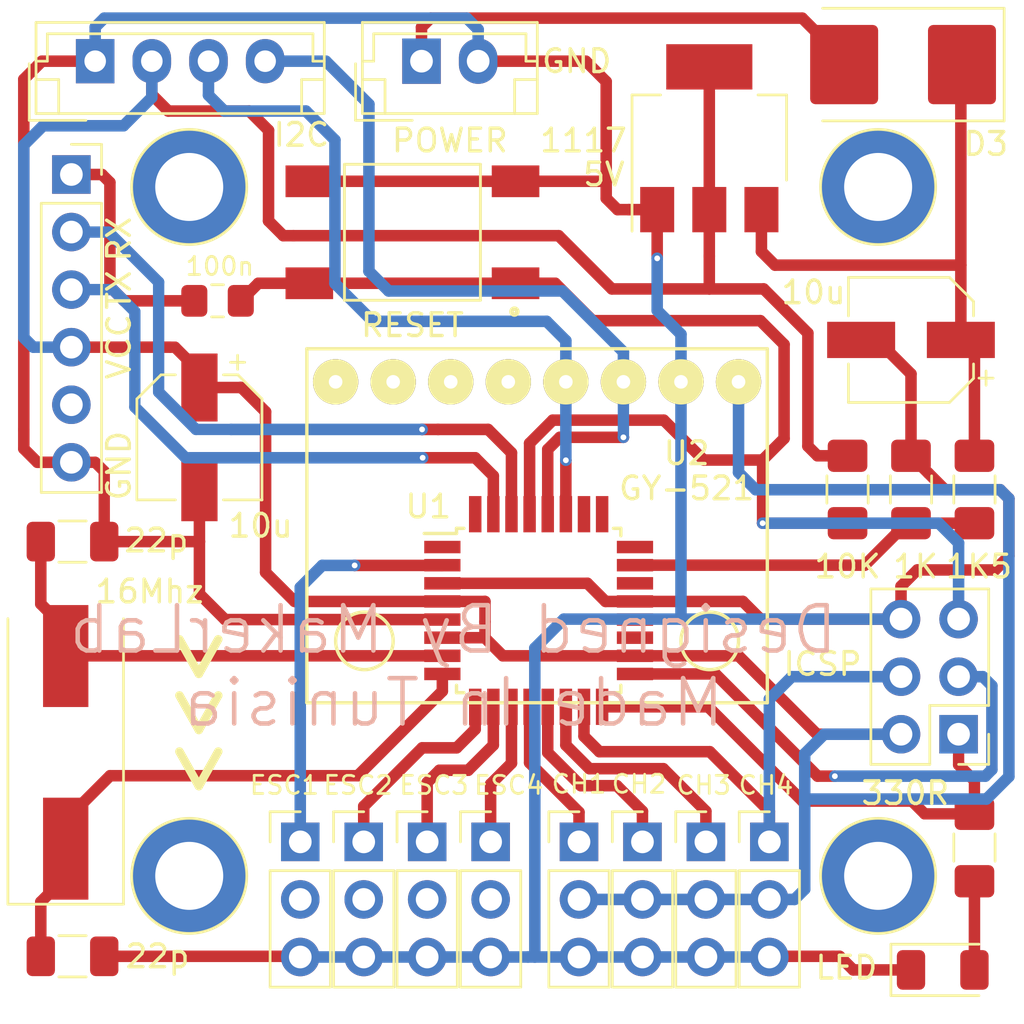
<source format=kicad_pcb>
(kicad_pcb (version 20171130) (host pcbnew "(5.1.0)-1")

  (general
    (thickness 1.6)
    (drawings 36)
    (tracks 306)
    (zones 0)
    (modules 32)
    (nets 42)
  )

  (page User 132.004 119.99)
  (layers
    (0 F.Cu signal)
    (31 B.Cu signal)
    (32 B.Adhes user)
    (33 F.Adhes user)
    (34 B.Paste user)
    (35 F.Paste user)
    (36 B.SilkS user)
    (37 F.SilkS user)
    (38 B.Mask user hide)
    (39 F.Mask user)
    (40 Dwgs.User user hide)
    (41 Cmts.User user hide)
    (42 Eco1.User user hide)
    (43 Eco2.User user)
    (44 Edge.Cuts user)
    (45 Margin user)
    (46 B.CrtYd user hide)
    (47 F.CrtYd user hide)
    (48 B.Fab user hide)
    (49 F.Fab user hide)
  )

  (setup
    (last_trace_width 0.5)
    (trace_clearance 0.25)
    (zone_clearance 0.508)
    (zone_45_only no)
    (trace_min 0.2)
    (via_size 0.6)
    (via_drill 0.3)
    (via_min_size 0.4)
    (via_min_drill 0.3)
    (uvia_size 0.3)
    (uvia_drill 0.1)
    (uvias_allowed no)
    (uvia_min_size 0.2)
    (uvia_min_drill 0.1)
    (edge_width 0.15)
    (segment_width 0.2)
    (pcb_text_width 0.3)
    (pcb_text_size 1.5 1.5)
    (mod_edge_width 0.15)
    (mod_text_size 1 1)
    (mod_text_width 0.15)
    (pad_size 3 3.5)
    (pad_drill 0)
    (pad_to_mask_clearance 0.2)
    (aux_axis_origin 0 0)
    (visible_elements 7FFFFFFF)
    (pcbplotparams
      (layerselection 0x3ffff_ffffffff)
      (usegerberextensions false)
      (usegerberattributes false)
      (usegerberadvancedattributes false)
      (creategerberjobfile false)
      (excludeedgelayer true)
      (linewidth 0.100000)
      (plotframeref false)
      (viasonmask false)
      (mode 1)
      (useauxorigin false)
      (hpglpennumber 1)
      (hpglpenspeed 20)
      (hpglpendiameter 15.000000)
      (psnegative false)
      (psa4output false)
      (plotreference true)
      (plotvalue true)
      (plotinvisibletext false)
      (padsonsilk false)
      (subtractmaskfromsilk false)
      (outputformat 1)
      (mirror false)
      (drillshape 0)
      (scaleselection 1)
      (outputdirectory ""))
  )

  (net 0 "")
  (net 1 GND)
  (net 2 "Net-(U1-Pad24)")
  (net 3 "Net-(U1-Pad25)")
  (net 4 "Net-(U1-Pad26)")
  (net 5 "Net-(U2-Pad5)")
  (net 6 "Net-(U2-Pad6)")
  (net 7 "Net-(U2-Pad7)")
  (net 8 "Net-(U2-Pad8)")
  (net 9 VBUS)
  (net 10 SDA)
  (net 11 SCL)
  (net 12 OSC1)
  (net 13 OSC2)
  (net 14 RST)
  (net 15 "Net-(C4-Pad1)")
  (net 16 "Net-(D2-Pad2)")
  (net 17 MISO)
  (net 18 SCK)
  (net 19 MOSI)
  (net 20 D4)
  (net 21 "Net-(J11-Pad2)")
  (net 22 "Net-(J12-Pad2)")
  (net 23 D5)
  (net 24 D6)
  (net 25 "Net-(J13-Pad2)")
  (net 26 "Net-(J14-Pad2)")
  (net 27 D7)
  (net 28 D8)
  (net 29 D9)
  (net 30 D10)
  (net 31 A0)
  (net 32 "Net-(U1-Pad1)")
  (net 33 "Net-(U1-Pad19)")
  (net 34 "Net-(U1-Pad20)")
  (net 35 "Net-(U1-Pad22)")
  (net 36 "Net-(U1-Pad32)")
  (net 37 "Net-(D3-Pad2)")
  (net 38 TX)
  (net 39 RX)
  (net 40 "Net-(C6-Pad2)")
  (net 41 "Net-(J25-Pad5)")

  (net_class Default "This is the default net class."
    (clearance 0.25)
    (trace_width 0.5)
    (via_dia 0.6)
    (via_drill 0.3)
    (uvia_dia 0.3)
    (uvia_drill 0.1)
    (add_net A0)
    (add_net D10)
    (add_net D4)
    (add_net D5)
    (add_net D6)
    (add_net D7)
    (add_net D8)
    (add_net D9)
    (add_net GND)
    (add_net MISO)
    (add_net MOSI)
    (add_net "Net-(C4-Pad1)")
    (add_net "Net-(C6-Pad2)")
    (add_net "Net-(D2-Pad2)")
    (add_net "Net-(D3-Pad2)")
    (add_net "Net-(J11-Pad2)")
    (add_net "Net-(J12-Pad2)")
    (add_net "Net-(J13-Pad2)")
    (add_net "Net-(J14-Pad2)")
    (add_net "Net-(J25-Pad5)")
    (add_net "Net-(U1-Pad1)")
    (add_net "Net-(U1-Pad19)")
    (add_net "Net-(U1-Pad20)")
    (add_net "Net-(U1-Pad22)")
    (add_net "Net-(U1-Pad24)")
    (add_net "Net-(U1-Pad25)")
    (add_net "Net-(U1-Pad26)")
    (add_net "Net-(U1-Pad32)")
    (add_net "Net-(U2-Pad5)")
    (add_net "Net-(U2-Pad6)")
    (add_net "Net-(U2-Pad7)")
    (add_net "Net-(U2-Pad8)")
    (add_net OSC1)
    (add_net OSC2)
    (add_net RST)
    (add_net RX)
    (add_net SCK)
    (add_net SCL)
    (add_net SDA)
    (add_net TX)
    (add_net VBUS)
  )

  (module GY-521:GY-521 (layer F.Cu) (tedit 555D191F) (tstamp 5BE7C5C7)
    (at 60.6 41.1 180)
    (path /5B772745)
    (fp_text reference U2 (at -6.6 3.2 180) (layer F.SilkS)
      (effects (font (size 1 1) (thickness 0.15)))
    )
    (fp_text value GY-521 (at -6.6 1.65 180) (layer F.SilkS)
      (effects (font (size 1 1) (thickness 0.15)))
    )
    (fp_circle (center -7.62 -5.08) (end -6.35 -5.08) (layer F.SilkS) (width 0.15))
    (fp_circle (center 7.62 -5.08) (end 8.89 -5.08) (layer F.SilkS) (width 0.15))
    (fp_line (start -10.16 -7.8105) (end 10.16 -7.8105) (layer F.SilkS) (width 0.15))
    (fp_line (start 10.16 -7.8105) (end 10.16 7.8105) (layer F.SilkS) (width 0.15))
    (fp_line (start 10.16 7.8105) (end -10.16 7.8105) (layer F.SilkS) (width 0.15))
    (fp_line (start -10.16 7.8105) (end -10.16 -7.8105) (layer F.SilkS) (width 0.15))
    (pad 1 thru_hole circle (at -8.89 6.35 180) (size 2 2) (drill 0.6) (layers *.Cu *.Mask F.SilkS)
      (net 9 VBUS))
    (pad 2 thru_hole circle (at -6.35 6.35 180) (size 2 2) (drill 0.6) (layers *.Cu *.Mask F.SilkS)
      (net 1 GND))
    (pad 3 thru_hole circle (at -3.81 6.35 180) (size 2 2) (drill 0.6) (layers *.Cu *.Mask F.SilkS)
      (net 11 SCL))
    (pad 4 thru_hole circle (at -1.27 6.35 180) (size 2 2) (drill 0.6) (layers *.Cu *.Mask F.SilkS)
      (net 10 SDA))
    (pad 5 thru_hole circle (at 1.27 6.35 180) (size 2 2) (drill 0.6) (layers *.Cu *.Mask F.SilkS)
      (net 5 "Net-(U2-Pad5)"))
    (pad 6 thru_hole circle (at 3.81 6.35 180) (size 2 2) (drill 0.6) (layers *.Cu *.Mask F.SilkS)
      (net 6 "Net-(U2-Pad6)"))
    (pad 7 thru_hole circle (at 6.35 6.35 180) (size 2 2) (drill 0.6) (layers *.Cu *.Mask F.SilkS)
      (net 7 "Net-(U2-Pad7)"))
    (pad 8 thru_hole circle (at 8.89 6.35 180) (size 2 2) (drill 0.6) (layers *.Cu *.Mask F.SilkS)
      (net 8 "Net-(U2-Pad8)"))
  )

  (module Connector:Banana_Jack_1PinX locked (layer F.Cu) (tedit 5C59E7B0) (tstamp 5BE79393)
    (at 75.65 56.55)
    (descr "Single banana socket, footprint - 6mm drill")
    (tags "banana socket")
    (fp_text reference REF** (at -5.09524 0.18288) (layer F.SilkS) hide
      (effects (font (size 1 1) (thickness 0.15)))
    )
    (fp_text value Banana_Jack_1PinX (at 0.52832 5.02412) (layer F.Fab) hide
      (effects (font (size 1 1) (thickness 0.15)))
    )
    (fp_text user %R (at 0 0) (layer F.Fab)
      (effects (font (size 0.8 0.8) (thickness 0.12)))
    )
    (fp_circle (center 0 0) (end 2.54 0) (layer F.CrtYd) (width 0.05))
    (fp_circle (center 0 0) (end 2 0) (layer F.Fab) (width 0.1))
    (fp_circle (center 0 0) (end 2.54 0) (layer F.Fab) (width 0.1))
    (fp_circle (center 0 0) (end 2.54 0) (layer F.SilkS) (width 0.12))
    (pad 3 thru_hole circle (at 0 0) (size 5 5) (drill 3) (layers *.Cu *.Mask))
    (model ${KISYS3DMOD}/Connector.3dshapes/Banana_Jack_1Pin.wrl
      (at (xyz 0 0 0))
      (scale (xyz 2 2 2))
      (rotate (xyz 0 0 0))
    )
  )

  (module Connector:Banana_Jack_1PinX locked (layer F.Cu) (tedit 5C59E7A2) (tstamp 5BE79378)
    (at 75.65 26.15)
    (descr "Single banana socket, footprint - 6mm drill")
    (tags "banana socket")
    (fp_text reference REF** (at -5.09524 0.18288) (layer F.SilkS) hide
      (effects (font (size 1 1) (thickness 0.15)))
    )
    (fp_text value Banana_Jack_1PinX (at 0.52832 5.02412) (layer F.Fab) hide
      (effects (font (size 1 1) (thickness 0.15)))
    )
    (fp_circle (center 0 0) (end 2.54 0) (layer F.SilkS) (width 0.12))
    (fp_circle (center 0 0) (end 2.54 0) (layer F.Fab) (width 0.1))
    (fp_circle (center 0 0) (end 2 0) (layer F.Fab) (width 0.1))
    (fp_circle (center 0 0) (end 2.54 0) (layer F.CrtYd) (width 0.05))
    (fp_text user %R (at 0 0) (layer F.Fab)
      (effects (font (size 0.8 0.8) (thickness 0.12)))
    )
    (pad 2 thru_hole circle (at 0 0) (size 5 5) (drill 3) (layers *.Cu *.Mask))
    (model ${KISYS3DMOD}/Connector.3dshapes/Banana_Jack_1Pin.wrl
      (at (xyz 0 0 0))
      (scale (xyz 2 2 2))
      (rotate (xyz 0 0 0))
    )
  )

  (module Connector:Banana_Jack_1PinX locked (layer F.Cu) (tedit 5C59E783) (tstamp 5BDEE08A)
    (at 45.25 26.15)
    (descr "Single banana socket, footprint - 6mm drill")
    (tags "banana socket")
    (fp_text reference REF** (at -5.09524 0.18288) (layer F.SilkS) hide
      (effects (font (size 1 1) (thickness 0.15)))
    )
    (fp_text value Banana_Jack_1PinX (at 0.52832 5.02412) (layer F.Fab) hide
      (effects (font (size 1 1) (thickness 0.15)))
    )
    (fp_circle (center 0 0) (end 2.54 0) (layer F.SilkS) (width 0.12))
    (fp_circle (center 0 0) (end 2.54 0) (layer F.Fab) (width 0.1))
    (fp_circle (center 0 0) (end 2 0) (layer F.Fab) (width 0.1))
    (fp_circle (center 0 0) (end 2.54 0) (layer F.CrtYd) (width 0.05))
    (fp_text user %R (at 0 0) (layer F.Fab)
      (effects (font (size 0.8 0.8) (thickness 0.12)))
    )
    (pad 1 thru_hole circle (at 0 0) (size 5 5) (drill 3) (layers *.Cu *.Mask))
    (model ${KISYS3DMOD}/Connector.3dshapes/Banana_Jack_1Pin.wrl
      (at (xyz 0 0 0))
      (scale (xyz 2 2 2))
      (rotate (xyz 0 0 0))
    )
  )

  (module Connector:Banana_Jack_1PinX locked (layer F.Cu) (tedit 5BA7B877) (tstamp 5BE793C9)
    (at 45.25 56.55)
    (descr "Single banana socket, footprint - 6mm drill")
    (tags "banana socket")
    (fp_text reference REF** (at -5.09524 0.18288) (layer F.SilkS) hide
      (effects (font (size 1 1) (thickness 0.15)))
    )
    (fp_text value Banana_Jack_1PinX (at 0.52832 5.02412) (layer F.Fab) hide
      (effects (font (size 1 1) (thickness 0.15)))
    )
    (fp_circle (center 0 0) (end 2.54 0) (layer F.SilkS) (width 0.12))
    (fp_circle (center 0 0) (end 2.54 0) (layer F.Fab) (width 0.1))
    (fp_circle (center 0 0) (end 2 0) (layer F.Fab) (width 0.1))
    (fp_circle (center 0 0) (end 2.54 0) (layer F.CrtYd) (width 0.05))
    (fp_text user %R (at 0 0) (layer F.Fab)
      (effects (font (size 0.8 0.8) (thickness 0.12)))
    )
    (pad 4 thru_hole circle (at 0 0) (size 5 5) (drill 3) (layers *.Cu *.Mask))
    (model ${KISYS3DMOD}/Connector.3dshapes/Banana_Jack_1Pin.wrl
      (at (xyz 0 0 0))
      (scale (xyz 2 2 2))
      (rotate (xyz 0 0 0))
    )
  )

  (module Connector_PinHeader_2.54mm:PinHeader_2x03_P2.54mm_Vertical (layer F.Cu) (tedit 5C59E740) (tstamp 5C59C340)
    (at 79.2 50.3 180)
    (descr "Through hole straight pin header, 2x03, 2.54mm pitch, double rows")
    (tags "Through hole pin header THT 2x03 2.54mm double row")
    (path /5B780D73)
    (fp_text reference J2 (at 1.27 -2.33 180) (layer F.SilkS) hide
      (effects (font (size 1 1) (thickness 0.15)))
    )
    (fp_text value AVR-ISP-6 (at 1.27 7.41 180) (layer F.Fab) hide
      (effects (font (size 1 1) (thickness 0.15)))
    )
    (fp_line (start 0 -1.27) (end 3.81 -1.27) (layer F.Fab) (width 0.1))
    (fp_line (start 3.81 -1.27) (end 3.81 6.35) (layer F.Fab) (width 0.1))
    (fp_line (start 3.81 6.35) (end -1.27 6.35) (layer F.Fab) (width 0.1))
    (fp_line (start -1.27 6.35) (end -1.27 0) (layer F.Fab) (width 0.1))
    (fp_line (start -1.27 0) (end 0 -1.27) (layer F.Fab) (width 0.1))
    (fp_line (start -1.33 6.41) (end 3.87 6.41) (layer F.SilkS) (width 0.12))
    (fp_line (start -1.33 1.27) (end -1.33 6.41) (layer F.SilkS) (width 0.12))
    (fp_line (start 3.87 -1.33) (end 3.87 6.41) (layer F.SilkS) (width 0.12))
    (fp_line (start -1.33 1.27) (end 1.27 1.27) (layer F.SilkS) (width 0.12))
    (fp_line (start 1.27 1.27) (end 1.27 -1.33) (layer F.SilkS) (width 0.12))
    (fp_line (start 1.27 -1.33) (end 3.87 -1.33) (layer F.SilkS) (width 0.12))
    (fp_line (start -1.33 0) (end -1.33 -1.33) (layer F.SilkS) (width 0.12))
    (fp_line (start -1.33 -1.33) (end 0 -1.33) (layer F.SilkS) (width 0.12))
    (fp_line (start -1.8 -1.8) (end -1.8 6.85) (layer F.CrtYd) (width 0.05))
    (fp_line (start -1.8 6.85) (end 4.35 6.85) (layer F.CrtYd) (width 0.05))
    (fp_line (start 4.35 6.85) (end 4.35 -1.8) (layer F.CrtYd) (width 0.05))
    (fp_line (start 4.35 -1.8) (end -1.8 -1.8) (layer F.CrtYd) (width 0.05))
    (fp_text user %R (at 1.27 2.54 270) (layer F.Fab)
      (effects (font (size 1 1) (thickness 0.15)))
    )
    (pad 1 thru_hole rect (at 0 0 180) (size 1.7 1.7) (drill 1) (layers *.Cu *.Mask)
      (net 17 MISO))
    (pad 2 thru_hole oval (at 2.54 0 180) (size 1.7 1.7) (drill 1) (layers *.Cu *.Mask)
      (net 9 VBUS))
    (pad 3 thru_hole oval (at 0 2.54 180) (size 1.7 1.7) (drill 1) (layers *.Cu *.Mask)
      (net 18 SCK))
    (pad 4 thru_hole oval (at 2.54 2.54 180) (size 1.7 1.7) (drill 1) (layers *.Cu *.Mask)
      (net 19 MOSI))
    (pad 5 thru_hole oval (at 0 5.08 180) (size 1.7 1.7) (drill 1) (layers *.Cu *.Mask)
      (net 14 RST))
    (pad 6 thru_hole oval (at 2.54 5.08 180) (size 1.7 1.7) (drill 1) (layers *.Cu *.Mask)
      (net 1 GND))
    (model ${KISYS3DMOD}/Connector_PinHeader_2.54mm.3dshapes/PinHeader_2x03_P2.54mm_Vertical.wrl
      (at (xyz 0 0 0))
      (scale (xyz 1 1 1))
      (rotate (xyz 0 0 0))
    )
  )

  (module Connector_JST:JST_EH_B04B-EH-A_1x04_P2.50mm_Vertical (layer F.Cu) (tedit 5C59E737) (tstamp 5BDB576C)
    (at 41.1 20.6)
    (descr "JST EH series connector, B04B-EH-A (http://www.jst-mfg.com/product/pdf/eng/eEH.pdf), generated with kicad-footprint-generator")
    (tags "connector JST EH side entry")
    (path /5BA7B4B5)
    (fp_text reference J3 (at 8.1 3.35) (layer F.SilkS) hide
      (effects (font (size 1 1) (thickness 0.15)))
    )
    (fp_text value Conn_01x04_Male (at 3.75 3.4) (layer F.Fab) hide
      (effects (font (size 1 1) (thickness 0.15)))
    )
    (fp_line (start -2.5 -1.6) (end -2.5 2.2) (layer F.Fab) (width 0.1))
    (fp_line (start -2.5 2.2) (end 10 2.2) (layer F.Fab) (width 0.1))
    (fp_line (start 10 2.2) (end 10 -1.6) (layer F.Fab) (width 0.1))
    (fp_line (start 10 -1.6) (end -2.5 -1.6) (layer F.Fab) (width 0.1))
    (fp_line (start -3 -2.1) (end -3 2.7) (layer F.CrtYd) (width 0.05))
    (fp_line (start -3 2.7) (end 10.5 2.7) (layer F.CrtYd) (width 0.05))
    (fp_line (start 10.5 2.7) (end 10.5 -2.1) (layer F.CrtYd) (width 0.05))
    (fp_line (start 10.5 -2.1) (end -3 -2.1) (layer F.CrtYd) (width 0.05))
    (fp_line (start -2.61 -1.71) (end -2.61 2.31) (layer F.SilkS) (width 0.12))
    (fp_line (start -2.61 2.31) (end 10.11 2.31) (layer F.SilkS) (width 0.12))
    (fp_line (start 10.11 2.31) (end 10.11 -1.71) (layer F.SilkS) (width 0.12))
    (fp_line (start 10.11 -1.71) (end -2.61 -1.71) (layer F.SilkS) (width 0.12))
    (fp_line (start -2.61 0) (end -2.11 0) (layer F.SilkS) (width 0.12))
    (fp_line (start -2.11 0) (end -2.11 -1.21) (layer F.SilkS) (width 0.12))
    (fp_line (start -2.11 -1.21) (end 9.61 -1.21) (layer F.SilkS) (width 0.12))
    (fp_line (start 9.61 -1.21) (end 9.61 0) (layer F.SilkS) (width 0.12))
    (fp_line (start 9.61 0) (end 10.11 0) (layer F.SilkS) (width 0.12))
    (fp_line (start -2.61 0.81) (end -1.61 0.81) (layer F.SilkS) (width 0.12))
    (fp_line (start -1.61 0.81) (end -1.61 2.31) (layer F.SilkS) (width 0.12))
    (fp_line (start 10.11 0.81) (end 9.11 0.81) (layer F.SilkS) (width 0.12))
    (fp_line (start 9.11 0.81) (end 9.11 2.31) (layer F.SilkS) (width 0.12))
    (fp_line (start -2.91 0.11) (end -2.91 2.61) (layer F.SilkS) (width 0.12))
    (fp_line (start -2.91 2.61) (end -0.41 2.61) (layer F.SilkS) (width 0.12))
    (fp_line (start -2.91 0.11) (end -2.91 2.61) (layer F.Fab) (width 0.1))
    (fp_line (start -2.91 2.61) (end -0.41 2.61) (layer F.Fab) (width 0.1))
    (fp_text user %R (at 3.75 1.5) (layer F.Fab)
      (effects (font (size 1 1) (thickness 0.15)))
    )
    (pad 1 thru_hole rect (at 0 0) (size 1.7 1.95) (drill 0.95) (layers *.Cu *.Mask)
      (net 1 GND))
    (pad 2 thru_hole oval (at 2.5 0) (size 1.7 1.95) (drill 0.95) (layers *.Cu *.Mask)
      (net 9 VBUS))
    (pad 3 thru_hole oval (at 5 0) (size 1.7 1.95) (drill 0.95) (layers *.Cu *.Mask)
      (net 10 SDA))
    (pad 4 thru_hole oval (at 7.5 0) (size 1.7 1.95) (drill 0.95) (layers *.Cu *.Mask)
      (net 11 SCL))
    (model ${KISYS3DMOD}/Connector_JST.3dshapes/JST_EH_B04B-EH-A_1x04_P2.50mm_Vertical.wrl
      (at (xyz 0 0 0))
      (scale (xyz 1 1 1))
      (rotate (xyz 0 0 0))
    )
  )

  (module Connector_PinHeader_2.54mm:PinHeader_1x03_P2.54mm_Vertical (layer F.Cu) (tedit 5C59E70C) (tstamp 5BDF03B2)
    (at 50.15 55.05)
    (descr "Through hole straight pin header, 1x03, 2.54mm pitch, single row")
    (tags "Through hole pin header THT 1x03 2.54mm single row")
    (path /5BCC2DDE)
    (fp_text reference J11 (at 0 -2.33) (layer F.SilkS) hide
      (effects (font (size 1 1) (thickness 0.15)))
    )
    (fp_text value Conn_01x03_Male (at 0 7.41) (layer F.Fab) hide
      (effects (font (size 1 1) (thickness 0.15)))
    )
    (fp_line (start -0.635 -1.27) (end 1.27 -1.27) (layer F.Fab) (width 0.1))
    (fp_line (start 1.27 -1.27) (end 1.27 6.35) (layer F.Fab) (width 0.1))
    (fp_line (start 1.27 6.35) (end -1.27 6.35) (layer F.Fab) (width 0.1))
    (fp_line (start -1.27 6.35) (end -1.27 -0.635) (layer F.Fab) (width 0.1))
    (fp_line (start -1.27 -0.635) (end -0.635 -1.27) (layer F.Fab) (width 0.1))
    (fp_line (start -1.33 6.41) (end 1.33 6.41) (layer F.SilkS) (width 0.12))
    (fp_line (start -1.33 1.27) (end -1.33 6.41) (layer F.SilkS) (width 0.12))
    (fp_line (start 1.33 1.27) (end 1.33 6.41) (layer F.SilkS) (width 0.12))
    (fp_line (start -1.33 1.27) (end 1.33 1.27) (layer F.SilkS) (width 0.12))
    (fp_line (start -1.33 0) (end -1.33 -1.33) (layer F.SilkS) (width 0.12))
    (fp_line (start -1.33 -1.33) (end 0 -1.33) (layer F.SilkS) (width 0.12))
    (fp_line (start -1.8 -1.8) (end -1.8 6.85) (layer F.CrtYd) (width 0.05))
    (fp_line (start -1.8 6.85) (end 1.8 6.85) (layer F.CrtYd) (width 0.05))
    (fp_line (start 1.8 6.85) (end 1.8 -1.8) (layer F.CrtYd) (width 0.05))
    (fp_line (start 1.8 -1.8) (end -1.8 -1.8) (layer F.CrtYd) (width 0.05))
    (fp_text user %R (at 0 2.54 90) (layer F.Fab)
      (effects (font (size 1 1) (thickness 0.15)))
    )
    (pad 1 thru_hole rect (at 0 0) (size 1.7 1.7) (drill 1) (layers *.Cu *.Mask)
      (net 20 D4))
    (pad 2 thru_hole oval (at 0 2.54) (size 1.7 1.7) (drill 1) (layers *.Cu *.Mask)
      (net 21 "Net-(J11-Pad2)"))
    (pad 3 thru_hole oval (at 0 5.08) (size 1.7 1.7) (drill 1) (layers *.Cu *.Mask)
      (net 1 GND))
    (model ${KISYS3DMOD}/Connector_PinHeader_2.54mm.3dshapes/PinHeader_1x03_P2.54mm_Vertical.wrl
      (at (xyz 0 0 0))
      (scale (xyz 1 1 1))
      (rotate (xyz 0 0 0))
    )
  )

  (module Connector_PinHeader_2.54mm:PinHeader_1x03_P2.54mm_Vertical (layer F.Cu) (tedit 5C59E711) (tstamp 5BDF01E4)
    (at 52.95 55.05)
    (descr "Through hole straight pin header, 1x03, 2.54mm pitch, single row")
    (tags "Through hole pin header THT 1x03 2.54mm single row")
    (path /5BCC2DE4)
    (fp_text reference J12 (at 0 -2.33) (layer F.SilkS) hide
      (effects (font (size 1 1) (thickness 0.15)))
    )
    (fp_text value Conn_01x03_Male (at 0 7.41) (layer F.Fab) hide
      (effects (font (size 1 1) (thickness 0.15)))
    )
    (fp_text user %R (at 0 2.54 90) (layer F.Fab)
      (effects (font (size 1 1) (thickness 0.15)))
    )
    (fp_line (start 1.8 -1.8) (end -1.8 -1.8) (layer F.CrtYd) (width 0.05))
    (fp_line (start 1.8 6.85) (end 1.8 -1.8) (layer F.CrtYd) (width 0.05))
    (fp_line (start -1.8 6.85) (end 1.8 6.85) (layer F.CrtYd) (width 0.05))
    (fp_line (start -1.8 -1.8) (end -1.8 6.85) (layer F.CrtYd) (width 0.05))
    (fp_line (start -1.33 -1.33) (end 0 -1.33) (layer F.SilkS) (width 0.12))
    (fp_line (start -1.33 0) (end -1.33 -1.33) (layer F.SilkS) (width 0.12))
    (fp_line (start -1.33 1.27) (end 1.33 1.27) (layer F.SilkS) (width 0.12))
    (fp_line (start 1.33 1.27) (end 1.33 6.41) (layer F.SilkS) (width 0.12))
    (fp_line (start -1.33 1.27) (end -1.33 6.41) (layer F.SilkS) (width 0.12))
    (fp_line (start -1.33 6.41) (end 1.33 6.41) (layer F.SilkS) (width 0.12))
    (fp_line (start -1.27 -0.635) (end -0.635 -1.27) (layer F.Fab) (width 0.1))
    (fp_line (start -1.27 6.35) (end -1.27 -0.635) (layer F.Fab) (width 0.1))
    (fp_line (start 1.27 6.35) (end -1.27 6.35) (layer F.Fab) (width 0.1))
    (fp_line (start 1.27 -1.27) (end 1.27 6.35) (layer F.Fab) (width 0.1))
    (fp_line (start -0.635 -1.27) (end 1.27 -1.27) (layer F.Fab) (width 0.1))
    (pad 3 thru_hole oval (at 0 5.08) (size 1.7 1.7) (drill 1) (layers *.Cu *.Mask)
      (net 1 GND))
    (pad 2 thru_hole oval (at 0 2.54) (size 1.7 1.7) (drill 1) (layers *.Cu *.Mask)
      (net 22 "Net-(J12-Pad2)"))
    (pad 1 thru_hole rect (at 0 0) (size 1.7 1.7) (drill 1) (layers *.Cu *.Mask)
      (net 23 D5))
    (model ${KISYS3DMOD}/Connector_PinHeader_2.54mm.3dshapes/PinHeader_1x03_P2.54mm_Vertical.wrl
      (at (xyz 0 0 0))
      (scale (xyz 1 1 1))
      (rotate (xyz 0 0 0))
    )
  )

  (module Connector_PinHeader_2.54mm:PinHeader_1x03_P2.54mm_Vertical (layer F.Cu) (tedit 5C59E714) (tstamp 5BDF0226)
    (at 55.75 55.05)
    (descr "Through hole straight pin header, 1x03, 2.54mm pitch, single row")
    (tags "Through hole pin header THT 1x03 2.54mm single row")
    (path /5BCC2DEA)
    (fp_text reference J13 (at 0 -2.33) (layer F.SilkS) hide
      (effects (font (size 1 1) (thickness 0.15)))
    )
    (fp_text value Conn_01x03_Male (at 0 7.41) (layer F.Fab) hide
      (effects (font (size 1 1) (thickness 0.15)))
    )
    (fp_line (start -0.635 -1.27) (end 1.27 -1.27) (layer F.Fab) (width 0.1))
    (fp_line (start 1.27 -1.27) (end 1.27 6.35) (layer F.Fab) (width 0.1))
    (fp_line (start 1.27 6.35) (end -1.27 6.35) (layer F.Fab) (width 0.1))
    (fp_line (start -1.27 6.35) (end -1.27 -0.635) (layer F.Fab) (width 0.1))
    (fp_line (start -1.27 -0.635) (end -0.635 -1.27) (layer F.Fab) (width 0.1))
    (fp_line (start -1.33 6.41) (end 1.33 6.41) (layer F.SilkS) (width 0.12))
    (fp_line (start -1.33 1.27) (end -1.33 6.41) (layer F.SilkS) (width 0.12))
    (fp_line (start 1.33 1.27) (end 1.33 6.41) (layer F.SilkS) (width 0.12))
    (fp_line (start -1.33 1.27) (end 1.33 1.27) (layer F.SilkS) (width 0.12))
    (fp_line (start -1.33 0) (end -1.33 -1.33) (layer F.SilkS) (width 0.12))
    (fp_line (start -1.33 -1.33) (end 0 -1.33) (layer F.SilkS) (width 0.12))
    (fp_line (start -1.8 -1.8) (end -1.8 6.85) (layer F.CrtYd) (width 0.05))
    (fp_line (start -1.8 6.85) (end 1.8 6.85) (layer F.CrtYd) (width 0.05))
    (fp_line (start 1.8 6.85) (end 1.8 -1.8) (layer F.CrtYd) (width 0.05))
    (fp_line (start 1.8 -1.8) (end -1.8 -1.8) (layer F.CrtYd) (width 0.05))
    (fp_text user %R (at 0 2.54 90) (layer F.Fab)
      (effects (font (size 1 1) (thickness 0.15)))
    )
    (pad 1 thru_hole rect (at 0 0) (size 1.7 1.7) (drill 1) (layers *.Cu *.Mask)
      (net 24 D6))
    (pad 2 thru_hole oval (at 0 2.54) (size 1.7 1.7) (drill 1) (layers *.Cu *.Mask)
      (net 25 "Net-(J13-Pad2)"))
    (pad 3 thru_hole oval (at 0 5.08) (size 1.7 1.7) (drill 1) (layers *.Cu *.Mask)
      (net 1 GND))
    (model ${KISYS3DMOD}/Connector_PinHeader_2.54mm.3dshapes/PinHeader_1x03_P2.54mm_Vertical.wrl
      (at (xyz 0 0 0))
      (scale (xyz 1 1 1))
      (rotate (xyz 0 0 0))
    )
  )

  (module Connector_PinHeader_2.54mm:PinHeader_1x03_P2.54mm_Vertical (layer F.Cu) (tedit 5C59E718) (tstamp 5BDF0268)
    (at 58.55 55.05)
    (descr "Through hole straight pin header, 1x03, 2.54mm pitch, single row")
    (tags "Through hole pin header THT 1x03 2.54mm single row")
    (path /5BCC2DF0)
    (fp_text reference J14 (at 0 -2.33) (layer F.SilkS) hide
      (effects (font (size 1 1) (thickness 0.15)))
    )
    (fp_text value Conn_01x03_Male (at 0 7.41) (layer F.Fab) hide
      (effects (font (size 1 1) (thickness 0.15)))
    )
    (fp_text user %R (at 0 2.54 90) (layer F.Fab)
      (effects (font (size 1 1) (thickness 0.15)))
    )
    (fp_line (start 1.8 -1.8) (end -1.8 -1.8) (layer F.CrtYd) (width 0.05))
    (fp_line (start 1.8 6.85) (end 1.8 -1.8) (layer F.CrtYd) (width 0.05))
    (fp_line (start -1.8 6.85) (end 1.8 6.85) (layer F.CrtYd) (width 0.05))
    (fp_line (start -1.8 -1.8) (end -1.8 6.85) (layer F.CrtYd) (width 0.05))
    (fp_line (start -1.33 -1.33) (end 0 -1.33) (layer F.SilkS) (width 0.12))
    (fp_line (start -1.33 0) (end -1.33 -1.33) (layer F.SilkS) (width 0.12))
    (fp_line (start -1.33 1.27) (end 1.33 1.27) (layer F.SilkS) (width 0.12))
    (fp_line (start 1.33 1.27) (end 1.33 6.41) (layer F.SilkS) (width 0.12))
    (fp_line (start -1.33 1.27) (end -1.33 6.41) (layer F.SilkS) (width 0.12))
    (fp_line (start -1.33 6.41) (end 1.33 6.41) (layer F.SilkS) (width 0.12))
    (fp_line (start -1.27 -0.635) (end -0.635 -1.27) (layer F.Fab) (width 0.1))
    (fp_line (start -1.27 6.35) (end -1.27 -0.635) (layer F.Fab) (width 0.1))
    (fp_line (start 1.27 6.35) (end -1.27 6.35) (layer F.Fab) (width 0.1))
    (fp_line (start 1.27 -1.27) (end 1.27 6.35) (layer F.Fab) (width 0.1))
    (fp_line (start -0.635 -1.27) (end 1.27 -1.27) (layer F.Fab) (width 0.1))
    (pad 3 thru_hole oval (at 0 5.08) (size 1.7 1.7) (drill 1) (layers *.Cu *.Mask)
      (net 1 GND))
    (pad 2 thru_hole oval (at 0 2.54) (size 1.7 1.7) (drill 1) (layers *.Cu *.Mask)
      (net 26 "Net-(J14-Pad2)"))
    (pad 1 thru_hole rect (at 0 0) (size 1.7 1.7) (drill 1) (layers *.Cu *.Mask)
      (net 27 D7))
    (model ${KISYS3DMOD}/Connector_PinHeader_2.54mm.3dshapes/PinHeader_1x03_P2.54mm_Vertical.wrl
      (at (xyz 0 0 0))
      (scale (xyz 1 1 1))
      (rotate (xyz 0 0 0))
    )
  )

  (module Connector_PinHeader_2.54mm:PinHeader_1x03_P2.54mm_Vertical (layer F.Cu) (tedit 5C59E71B) (tstamp 5BDF0370)
    (at 62.45 55.05)
    (descr "Through hole straight pin header, 1x03, 2.54mm pitch, single row")
    (tags "Through hole pin header THT 1x03 2.54mm single row")
    (path /5BC7DE90)
    (fp_text reference J21 (at 0 -2.33) (layer F.SilkS) hide
      (effects (font (size 1 1) (thickness 0.15)))
    )
    (fp_text value Conn_01x03_Male (at 0 7.41) (layer F.Fab) hide
      (effects (font (size 1 1) (thickness 0.15)))
    )
    (fp_line (start -0.635 -1.27) (end 1.27 -1.27) (layer F.Fab) (width 0.1))
    (fp_line (start 1.27 -1.27) (end 1.27 6.35) (layer F.Fab) (width 0.1))
    (fp_line (start 1.27 6.35) (end -1.27 6.35) (layer F.Fab) (width 0.1))
    (fp_line (start -1.27 6.35) (end -1.27 -0.635) (layer F.Fab) (width 0.1))
    (fp_line (start -1.27 -0.635) (end -0.635 -1.27) (layer F.Fab) (width 0.1))
    (fp_line (start -1.33 6.41) (end 1.33 6.41) (layer F.SilkS) (width 0.12))
    (fp_line (start -1.33 1.27) (end -1.33 6.41) (layer F.SilkS) (width 0.12))
    (fp_line (start 1.33 1.27) (end 1.33 6.41) (layer F.SilkS) (width 0.12))
    (fp_line (start -1.33 1.27) (end 1.33 1.27) (layer F.SilkS) (width 0.12))
    (fp_line (start -1.33 0) (end -1.33 -1.33) (layer F.SilkS) (width 0.12))
    (fp_line (start -1.33 -1.33) (end 0 -1.33) (layer F.SilkS) (width 0.12))
    (fp_line (start -1.8 -1.8) (end -1.8 6.85) (layer F.CrtYd) (width 0.05))
    (fp_line (start -1.8 6.85) (end 1.8 6.85) (layer F.CrtYd) (width 0.05))
    (fp_line (start 1.8 6.85) (end 1.8 -1.8) (layer F.CrtYd) (width 0.05))
    (fp_line (start 1.8 -1.8) (end -1.8 -1.8) (layer F.CrtYd) (width 0.05))
    (fp_text user %R (at 0 2.54 90) (layer F.Fab)
      (effects (font (size 1 1) (thickness 0.15)))
    )
    (pad 1 thru_hole rect (at 0 0) (size 1.7 1.7) (drill 1) (layers *.Cu *.Mask)
      (net 28 D8))
    (pad 2 thru_hole oval (at 0 2.54) (size 1.7 1.7) (drill 1) (layers *.Cu *.Mask)
      (net 9 VBUS))
    (pad 3 thru_hole oval (at 0 5.08) (size 1.7 1.7) (drill 1) (layers *.Cu *.Mask)
      (net 1 GND))
    (model ${KISYS3DMOD}/Connector_PinHeader_2.54mm.3dshapes/PinHeader_1x03_P2.54mm_Vertical.wrl
      (at (xyz 0 0 0))
      (scale (xyz 1 1 1))
      (rotate (xyz 0 0 0))
    )
  )

  (module Connector_PinHeader_2.54mm:PinHeader_1x03_P2.54mm_Vertical (layer F.Cu) (tedit 5C59E71E) (tstamp 5BDF032E)
    (at 65.25 55.05)
    (descr "Through hole straight pin header, 1x03, 2.54mm pitch, single row")
    (tags "Through hole pin header THT 1x03 2.54mm single row")
    (path /5BC7E30E)
    (fp_text reference J22 (at 0 -2.33) (layer F.SilkS) hide
      (effects (font (size 1 1) (thickness 0.15)))
    )
    (fp_text value Conn_01x03_Male (at 0 7.41) (layer F.Fab) hide
      (effects (font (size 1 1) (thickness 0.15)))
    )
    (fp_text user %R (at 0 2.54 90) (layer F.Fab)
      (effects (font (size 1 1) (thickness 0.15)))
    )
    (fp_line (start 1.8 -1.8) (end -1.8 -1.8) (layer F.CrtYd) (width 0.05))
    (fp_line (start 1.8 6.85) (end 1.8 -1.8) (layer F.CrtYd) (width 0.05))
    (fp_line (start -1.8 6.85) (end 1.8 6.85) (layer F.CrtYd) (width 0.05))
    (fp_line (start -1.8 -1.8) (end -1.8 6.85) (layer F.CrtYd) (width 0.05))
    (fp_line (start -1.33 -1.33) (end 0 -1.33) (layer F.SilkS) (width 0.12))
    (fp_line (start -1.33 0) (end -1.33 -1.33) (layer F.SilkS) (width 0.12))
    (fp_line (start -1.33 1.27) (end 1.33 1.27) (layer F.SilkS) (width 0.12))
    (fp_line (start 1.33 1.27) (end 1.33 6.41) (layer F.SilkS) (width 0.12))
    (fp_line (start -1.33 1.27) (end -1.33 6.41) (layer F.SilkS) (width 0.12))
    (fp_line (start -1.33 6.41) (end 1.33 6.41) (layer F.SilkS) (width 0.12))
    (fp_line (start -1.27 -0.635) (end -0.635 -1.27) (layer F.Fab) (width 0.1))
    (fp_line (start -1.27 6.35) (end -1.27 -0.635) (layer F.Fab) (width 0.1))
    (fp_line (start 1.27 6.35) (end -1.27 6.35) (layer F.Fab) (width 0.1))
    (fp_line (start 1.27 -1.27) (end 1.27 6.35) (layer F.Fab) (width 0.1))
    (fp_line (start -0.635 -1.27) (end 1.27 -1.27) (layer F.Fab) (width 0.1))
    (pad 3 thru_hole oval (at 0 5.08) (size 1.7 1.7) (drill 1) (layers *.Cu *.Mask)
      (net 1 GND))
    (pad 2 thru_hole oval (at 0 2.54) (size 1.7 1.7) (drill 1) (layers *.Cu *.Mask)
      (net 9 VBUS))
    (pad 1 thru_hole rect (at 0 0) (size 1.7 1.7) (drill 1) (layers *.Cu *.Mask)
      (net 29 D9))
    (model ${KISYS3DMOD}/Connector_PinHeader_2.54mm.3dshapes/PinHeader_1x03_P2.54mm_Vertical.wrl
      (at (xyz 0 0 0))
      (scale (xyz 1 1 1))
      (rotate (xyz 0 0 0))
    )
  )

  (module Connector_PinHeader_2.54mm:PinHeader_1x03_P2.54mm_Vertical (layer F.Cu) (tedit 5C59E722) (tstamp 5BDF02EC)
    (at 68.05 55.05)
    (descr "Through hole straight pin header, 1x03, 2.54mm pitch, single row")
    (tags "Through hole pin header THT 1x03 2.54mm single row")
    (path /5BC7E37D)
    (fp_text reference J23 (at 0 -2.33) (layer F.SilkS) hide
      (effects (font (size 1 1) (thickness 0.15)))
    )
    (fp_text value Conn_01x03_Male (at 0 7.41) (layer F.Fab) hide
      (effects (font (size 1 1) (thickness 0.15)))
    )
    (fp_line (start -0.635 -1.27) (end 1.27 -1.27) (layer F.Fab) (width 0.1))
    (fp_line (start 1.27 -1.27) (end 1.27 6.35) (layer F.Fab) (width 0.1))
    (fp_line (start 1.27 6.35) (end -1.27 6.35) (layer F.Fab) (width 0.1))
    (fp_line (start -1.27 6.35) (end -1.27 -0.635) (layer F.Fab) (width 0.1))
    (fp_line (start -1.27 -0.635) (end -0.635 -1.27) (layer F.Fab) (width 0.1))
    (fp_line (start -1.33 6.41) (end 1.33 6.41) (layer F.SilkS) (width 0.12))
    (fp_line (start -1.33 1.27) (end -1.33 6.41) (layer F.SilkS) (width 0.12))
    (fp_line (start 1.33 1.27) (end 1.33 6.41) (layer F.SilkS) (width 0.12))
    (fp_line (start -1.33 1.27) (end 1.33 1.27) (layer F.SilkS) (width 0.12))
    (fp_line (start -1.33 0) (end -1.33 -1.33) (layer F.SilkS) (width 0.12))
    (fp_line (start -1.33 -1.33) (end 0 -1.33) (layer F.SilkS) (width 0.12))
    (fp_line (start -1.8 -1.8) (end -1.8 6.85) (layer F.CrtYd) (width 0.05))
    (fp_line (start -1.8 6.85) (end 1.8 6.85) (layer F.CrtYd) (width 0.05))
    (fp_line (start 1.8 6.85) (end 1.8 -1.8) (layer F.CrtYd) (width 0.05))
    (fp_line (start 1.8 -1.8) (end -1.8 -1.8) (layer F.CrtYd) (width 0.05))
    (fp_text user %R (at 0 2.54 90) (layer F.Fab)
      (effects (font (size 1 1) (thickness 0.15)))
    )
    (pad 1 thru_hole rect (at 0 0) (size 1.7 1.7) (drill 1) (layers *.Cu *.Mask)
      (net 30 D10))
    (pad 2 thru_hole oval (at 0 2.54) (size 1.7 1.7) (drill 1) (layers *.Cu *.Mask)
      (net 9 VBUS))
    (pad 3 thru_hole oval (at 0 5.08) (size 1.7 1.7) (drill 1) (layers *.Cu *.Mask)
      (net 1 GND))
    (model ${KISYS3DMOD}/Connector_PinHeader_2.54mm.3dshapes/PinHeader_1x03_P2.54mm_Vertical.wrl
      (at (xyz 0 0 0))
      (scale (xyz 1 1 1))
      (rotate (xyz 0 0 0))
    )
  )

  (module Connector_PinHeader_2.54mm:PinHeader_1x03_P2.54mm_Vertical locked (layer F.Cu) (tedit 5C59E726) (tstamp 5BDF02AA)
    (at 70.85 55.05)
    (descr "Through hole straight pin header, 1x03, 2.54mm pitch, single row")
    (tags "Through hole pin header THT 1x03 2.54mm single row")
    (path /5BC7E678)
    (fp_text reference J24 (at 0 -2.33) (layer F.SilkS) hide
      (effects (font (size 1 1) (thickness 0.15)))
    )
    (fp_text value Conn_01x03_Male (at 0 7.41) (layer F.Fab) hide
      (effects (font (size 1 1) (thickness 0.15)))
    )
    (fp_text user %R (at 0 2.54 90) (layer F.Fab)
      (effects (font (size 1 1) (thickness 0.15)))
    )
    (fp_line (start 1.8 -1.8) (end -1.8 -1.8) (layer F.CrtYd) (width 0.05))
    (fp_line (start 1.8 6.85) (end 1.8 -1.8) (layer F.CrtYd) (width 0.05))
    (fp_line (start -1.8 6.85) (end 1.8 6.85) (layer F.CrtYd) (width 0.05))
    (fp_line (start -1.8 -1.8) (end -1.8 6.85) (layer F.CrtYd) (width 0.05))
    (fp_line (start -1.33 -1.33) (end 0 -1.33) (layer F.SilkS) (width 0.12))
    (fp_line (start -1.33 0) (end -1.33 -1.33) (layer F.SilkS) (width 0.12))
    (fp_line (start -1.33 1.27) (end 1.33 1.27) (layer F.SilkS) (width 0.12))
    (fp_line (start 1.33 1.27) (end 1.33 6.41) (layer F.SilkS) (width 0.12))
    (fp_line (start -1.33 1.27) (end -1.33 6.41) (layer F.SilkS) (width 0.12))
    (fp_line (start -1.33 6.41) (end 1.33 6.41) (layer F.SilkS) (width 0.12))
    (fp_line (start -1.27 -0.635) (end -0.635 -1.27) (layer F.Fab) (width 0.1))
    (fp_line (start -1.27 6.35) (end -1.27 -0.635) (layer F.Fab) (width 0.1))
    (fp_line (start 1.27 6.35) (end -1.27 6.35) (layer F.Fab) (width 0.1))
    (fp_line (start 1.27 -1.27) (end 1.27 6.35) (layer F.Fab) (width 0.1))
    (fp_line (start -0.635 -1.27) (end 1.27 -1.27) (layer F.Fab) (width 0.1))
    (pad 3 thru_hole oval (at 0 5.08) (size 1.7 1.7) (drill 1) (layers *.Cu *.Mask)
      (net 1 GND))
    (pad 2 thru_hole oval (at 0 2.54) (size 1.7 1.7) (drill 1) (layers *.Cu *.Mask)
      (net 9 VBUS))
    (pad 1 thru_hole rect (at 0 0) (size 1.7 1.7) (drill 1) (layers *.Cu *.Mask)
      (net 19 MOSI))
    (model ${KISYS3DMOD}/Connector_PinHeader_2.54mm.3dshapes/PinHeader_1x03_P2.54mm_Vertical.wrl
      (at (xyz 0 0 0))
      (scale (xyz 1 1 1))
      (rotate (xyz 0 0 0))
    )
  )

  (module Package_QFP:TQFP-32_7x7mm_P0.8mm (layer F.Cu) (tedit 5A02F146) (tstamp 5C59C484)
    (at 60.67 44.84)
    (descr "32-Lead Plastic Thin Quad Flatpack (PT) - 7x7x1.0 mm Body, 2.00 mm [TQFP] (see Microchip Packaging Specification 00000049BS.pdf)")
    (tags "QFP 0.8")
    (path /5BC1EC4D)
    (attr smd)
    (fp_text reference U1 (at -4.87 -4.59) (layer F.SilkS)
      (effects (font (size 1 1) (thickness 0.15)))
    )
    (fp_text value ATmega328-AU (at 0 6.05) (layer F.Fab)
      (effects (font (size 1 1) (thickness 0.15)))
    )
    (fp_text user %R (at 0 0) (layer F.Fab)
      (effects (font (size 1 1) (thickness 0.15)))
    )
    (fp_line (start -2.5 -3.5) (end 3.5 -3.5) (layer F.Fab) (width 0.15))
    (fp_line (start 3.5 -3.5) (end 3.5 3.5) (layer F.Fab) (width 0.15))
    (fp_line (start 3.5 3.5) (end -3.5 3.5) (layer F.Fab) (width 0.15))
    (fp_line (start -3.5 3.5) (end -3.5 -2.5) (layer F.Fab) (width 0.15))
    (fp_line (start -3.5 -2.5) (end -2.5 -3.5) (layer F.Fab) (width 0.15))
    (fp_line (start -5.3 -5.3) (end -5.3 5.3) (layer F.CrtYd) (width 0.05))
    (fp_line (start 5.3 -5.3) (end 5.3 5.3) (layer F.CrtYd) (width 0.05))
    (fp_line (start -5.3 -5.3) (end 5.3 -5.3) (layer F.CrtYd) (width 0.05))
    (fp_line (start -5.3 5.3) (end 5.3 5.3) (layer F.CrtYd) (width 0.05))
    (fp_line (start -3.625 -3.625) (end -3.625 -3.4) (layer F.SilkS) (width 0.15))
    (fp_line (start 3.625 -3.625) (end 3.625 -3.3) (layer F.SilkS) (width 0.15))
    (fp_line (start 3.625 3.625) (end 3.625 3.3) (layer F.SilkS) (width 0.15))
    (fp_line (start -3.625 3.625) (end -3.625 3.3) (layer F.SilkS) (width 0.15))
    (fp_line (start -3.625 -3.625) (end -3.3 -3.625) (layer F.SilkS) (width 0.15))
    (fp_line (start -3.625 3.625) (end -3.3 3.625) (layer F.SilkS) (width 0.15))
    (fp_line (start 3.625 3.625) (end 3.3 3.625) (layer F.SilkS) (width 0.15))
    (fp_line (start 3.625 -3.625) (end 3.3 -3.625) (layer F.SilkS) (width 0.15))
    (fp_line (start -3.625 -3.4) (end -5.05 -3.4) (layer F.SilkS) (width 0.15))
    (pad 1 smd rect (at -4.25 -2.8) (size 1.6 0.55) (layers F.Cu F.Paste F.Mask)
      (net 32 "Net-(U1-Pad1)"))
    (pad 2 smd rect (at -4.25 -2) (size 1.6 0.55) (layers F.Cu F.Paste F.Mask)
      (net 20 D4))
    (pad 3 smd rect (at -4.25 -1.2) (size 1.6 0.55) (layers F.Cu F.Paste F.Mask)
      (net 1 GND))
    (pad 4 smd rect (at -4.25 -0.4) (size 1.6 0.55) (layers F.Cu F.Paste F.Mask)
      (net 9 VBUS))
    (pad 5 smd rect (at -4.25 0.4) (size 1.6 0.55) (layers F.Cu F.Paste F.Mask)
      (net 1 GND))
    (pad 6 smd rect (at -4.25 1.2) (size 1.6 0.55) (layers F.Cu F.Paste F.Mask)
      (net 9 VBUS))
    (pad 7 smd rect (at -4.25 2) (size 1.6 0.55) (layers F.Cu F.Paste F.Mask)
      (net 12 OSC1))
    (pad 8 smd rect (at -4.25 2.8) (size 1.6 0.55) (layers F.Cu F.Paste F.Mask)
      (net 13 OSC2))
    (pad 9 smd rect (at -2.8 4.25 90) (size 1.6 0.55) (layers F.Cu F.Paste F.Mask)
      (net 23 D5))
    (pad 10 smd rect (at -2 4.25 90) (size 1.6 0.55) (layers F.Cu F.Paste F.Mask)
      (net 24 D6))
    (pad 11 smd rect (at -1.2 4.25 90) (size 1.6 0.55) (layers F.Cu F.Paste F.Mask)
      (net 27 D7))
    (pad 12 smd rect (at -0.4 4.25 90) (size 1.6 0.55) (layers F.Cu F.Paste F.Mask)
      (net 28 D8))
    (pad 13 smd rect (at 0.4 4.25 90) (size 1.6 0.55) (layers F.Cu F.Paste F.Mask)
      (net 29 D9))
    (pad 14 smd rect (at 1.2 4.25 90) (size 1.6 0.55) (layers F.Cu F.Paste F.Mask)
      (net 30 D10))
    (pad 15 smd rect (at 2 4.25 90) (size 1.6 0.55) (layers F.Cu F.Paste F.Mask)
      (net 19 MOSI))
    (pad 16 smd rect (at 2.8 4.25 90) (size 1.6 0.55) (layers F.Cu F.Paste F.Mask)
      (net 17 MISO))
    (pad 17 smd rect (at 4.25 2.8) (size 1.6 0.55) (layers F.Cu F.Paste F.Mask)
      (net 18 SCK))
    (pad 18 smd rect (at 4.25 2) (size 1.6 0.55) (layers F.Cu F.Paste F.Mask)
      (net 9 VBUS))
    (pad 19 smd rect (at 4.25 1.2) (size 1.6 0.55) (layers F.Cu F.Paste F.Mask)
      (net 33 "Net-(U1-Pad19)"))
    (pad 20 smd rect (at 4.25 0.4) (size 1.6 0.55) (layers F.Cu F.Paste F.Mask)
      (net 34 "Net-(U1-Pad20)"))
    (pad 21 smd rect (at 4.25 -0.4) (size 1.6 0.55) (layers F.Cu F.Paste F.Mask)
      (net 1 GND))
    (pad 22 smd rect (at 4.25 -1.2) (size 1.6 0.55) (layers F.Cu F.Paste F.Mask)
      (net 35 "Net-(U1-Pad22)"))
    (pad 23 smd rect (at 4.25 -2) (size 1.6 0.55) (layers F.Cu F.Paste F.Mask)
      (net 31 A0))
    (pad 24 smd rect (at 4.25 -2.8) (size 1.6 0.55) (layers F.Cu F.Paste F.Mask)
      (net 2 "Net-(U1-Pad24)"))
    (pad 25 smd rect (at 2.8 -4.25 90) (size 1.6 0.55) (layers F.Cu F.Paste F.Mask)
      (net 3 "Net-(U1-Pad25)"))
    (pad 26 smd rect (at 2 -4.25 90) (size 1.6 0.55) (layers F.Cu F.Paste F.Mask)
      (net 4 "Net-(U1-Pad26)"))
    (pad 27 smd rect (at 1.2 -4.25 90) (size 1.6 0.55) (layers F.Cu F.Paste F.Mask)
      (net 10 SDA))
    (pad 28 smd rect (at 0.4 -4.25 90) (size 1.6 0.55) (layers F.Cu F.Paste F.Mask)
      (net 11 SCL))
    (pad 29 smd rect (at -0.4 -4.25 90) (size 1.6 0.55) (layers F.Cu F.Paste F.Mask)
      (net 14 RST))
    (pad 30 smd rect (at -1.2 -4.25 90) (size 1.6 0.55) (layers F.Cu F.Paste F.Mask)
      (net 39 RX))
    (pad 31 smd rect (at -2 -4.25 90) (size 1.6 0.55) (layers F.Cu F.Paste F.Mask)
      (net 38 TX))
    (pad 32 smd rect (at -2.8 -4.25 90) (size 1.6 0.55) (layers F.Cu F.Paste F.Mask)
      (net 36 "Net-(U1-Pad32)"))
    (model ${KISYS3DMOD}/Package_QFP.3dshapes/TQFP-32_7x7mm_P0.8mm.wrl
      (at (xyz 0 0 0))
      (scale (xyz 1 1 1))
      (rotate (xyz 0 0 0))
    )
  )

  (module Package_TO_SOT_SMD:SOT-223-3_TabPin2 (layer F.Cu) (tedit 5C59C366) (tstamp 5BDEF0F4)
    (at 68.2 24 90)
    (descr "module CMS SOT223 4 pins")
    (tags "CMS SOT")
    (path /5BC020A1)
    (attr smd)
    (fp_text reference U4 (at 0.05 -5.15 180) (layer F.SilkS) hide
      (effects (font (size 1 1) (thickness 0.15)))
    )
    (fp_text value LM1117-5.0 (at 0 4.5 90) (layer F.Fab)
      (effects (font (size 1 1) (thickness 0.15)))
    )
    (fp_text user %R (at 0 0 180) (layer F.Fab)
      (effects (font (size 0.8 0.8) (thickness 0.12)))
    )
    (fp_line (start 1.91 3.41) (end 1.91 2.15) (layer F.SilkS) (width 0.12))
    (fp_line (start 1.91 -3.41) (end 1.91 -2.15) (layer F.SilkS) (width 0.12))
    (fp_line (start 4.4 -3.6) (end -4.4 -3.6) (layer F.CrtYd) (width 0.05))
    (fp_line (start 4.4 3.6) (end 4.4 -3.6) (layer F.CrtYd) (width 0.05))
    (fp_line (start -4.4 3.6) (end 4.4 3.6) (layer F.CrtYd) (width 0.05))
    (fp_line (start -4.4 -3.6) (end -4.4 3.6) (layer F.CrtYd) (width 0.05))
    (fp_line (start -1.85 -2.35) (end -0.85 -3.35) (layer F.Fab) (width 0.1))
    (fp_line (start -1.85 -2.35) (end -1.85 3.35) (layer F.Fab) (width 0.1))
    (fp_line (start -1.85 3.41) (end 1.91 3.41) (layer F.SilkS) (width 0.12))
    (fp_line (start -0.85 -3.35) (end 1.85 -3.35) (layer F.Fab) (width 0.1))
    (fp_line (start -4.1 -3.41) (end 1.91 -3.41) (layer F.SilkS) (width 0.12))
    (fp_line (start -1.85 3.35) (end 1.85 3.35) (layer F.Fab) (width 0.1))
    (fp_line (start 1.85 -3.35) (end 1.85 3.35) (layer F.Fab) (width 0.1))
    (pad 2 smd rect (at 3.15 0 90) (size 2 3.8) (layers F.Cu F.Paste F.Mask)
      (net 9 VBUS))
    (pad 2 smd rect (at -3.15 0 90) (size 2 1.5) (layers F.Cu F.Paste F.Mask)
      (net 9 VBUS))
    (pad 3 smd rect (at -3.15 2.3 90) (size 2 1.5) (layers F.Cu F.Paste F.Mask)
      (net 15 "Net-(C4-Pad1)"))
    (pad 1 smd rect (at -3.15 -2.3 90) (size 2 1.5) (layers F.Cu F.Paste F.Mask)
      (net 1 GND))
    (model ${KISYS3DMOD}/Package_TO_SOT_SMD.3dshapes/SOT-223.wrl
      (at (xyz 0 0 0))
      (scale (xyz 1 1 1))
      (rotate (xyz 0 0 0))
    )
  )

  (module Capacitor_SMD:C_1206_3216Metric (layer F.Cu) (tedit 5C59C527) (tstamp 5BDEF1DE)
    (at 40.1 41.8 180)
    (descr "Capacitor SMD 1206 (3216 Metric), square (rectangular) end terminal, IPC_7351 nominal, (Body size source: http://www.tortai-tech.com/upload/download/2011102023233369053.pdf), generated with kicad-footprint-generator")
    (tags capacitor)
    (path /5B76F2F3)
    (attr smd)
    (fp_text reference C1 (at 0 -1.75 180) (layer F.SilkS) hide
      (effects (font (size 1 1) (thickness 0.15)))
    )
    (fp_text value 22pF (at 0 1.82 180) (layer F.Fab)
      (effects (font (size 1 1) (thickness 0.15)))
    )
    (fp_line (start -1.6 0.8) (end -1.6 -0.8) (layer F.Fab) (width 0.1))
    (fp_line (start -1.6 -0.8) (end 1.6 -0.8) (layer F.Fab) (width 0.1))
    (fp_line (start 1.6 -0.8) (end 1.6 0.8) (layer F.Fab) (width 0.1))
    (fp_line (start 1.6 0.8) (end -1.6 0.8) (layer F.Fab) (width 0.1))
    (fp_line (start -0.602064 -0.91) (end 0.602064 -0.91) (layer F.SilkS) (width 0.12))
    (fp_line (start -0.602064 0.91) (end 0.602064 0.91) (layer F.SilkS) (width 0.12))
    (fp_line (start -2.28 1.12) (end -2.28 -1.12) (layer F.CrtYd) (width 0.05))
    (fp_line (start -2.28 -1.12) (end 2.28 -1.12) (layer F.CrtYd) (width 0.05))
    (fp_line (start 2.28 -1.12) (end 2.28 1.12) (layer F.CrtYd) (width 0.05))
    (fp_line (start 2.28 1.12) (end -2.28 1.12) (layer F.CrtYd) (width 0.05))
    (fp_text user %R (at 0 0 180) (layer F.Fab)
      (effects (font (size 0.8 0.8) (thickness 0.12)))
    )
    (pad 1 smd roundrect (at -1.4 0 180) (size 1.25 1.75) (layers F.Cu F.Paste F.Mask) (roundrect_rratio 0.2)
      (net 1 GND))
    (pad 2 smd roundrect (at 1.4 0 180) (size 1.25 1.75) (layers F.Cu F.Paste F.Mask) (roundrect_rratio 0.2)
      (net 12 OSC1))
    (model ${KISYS3DMOD}/Capacitor_SMD.3dshapes/C_1206_3216Metric.wrl
      (at (xyz 0 0 0))
      (scale (xyz 1 1 1))
      (rotate (xyz 0 0 0))
    )
  )

  (module Capacitor_SMD:C_1206_3216Metric (layer F.Cu) (tedit 5C59C544) (tstamp 5BDEF1EF)
    (at 40.1 60.1 180)
    (descr "Capacitor SMD 1206 (3216 Metric), square (rectangular) end terminal, IPC_7351 nominal, (Body size source: http://www.tortai-tech.com/upload/download/2011102023233369053.pdf), generated with kicad-footprint-generator")
    (tags capacitor)
    (path /5B76F33F)
    (attr smd)
    (fp_text reference C2 (at 0 -1.82 180) (layer F.SilkS) hide
      (effects (font (size 1 1) (thickness 0.15)))
    )
    (fp_text value 22pF (at 0 1.82 180) (layer F.Fab)
      (effects (font (size 1 1) (thickness 0.15)))
    )
    (fp_text user %R (at 0 0 180) (layer F.Fab)
      (effects (font (size 0.8 0.8) (thickness 0.12)))
    )
    (fp_line (start 2.28 1.12) (end -2.28 1.12) (layer F.CrtYd) (width 0.05))
    (fp_line (start 2.28 -1.12) (end 2.28 1.12) (layer F.CrtYd) (width 0.05))
    (fp_line (start -2.28 -1.12) (end 2.28 -1.12) (layer F.CrtYd) (width 0.05))
    (fp_line (start -2.28 1.12) (end -2.28 -1.12) (layer F.CrtYd) (width 0.05))
    (fp_line (start -0.602064 0.91) (end 0.602064 0.91) (layer F.SilkS) (width 0.12))
    (fp_line (start -0.602064 -0.91) (end 0.602064 -0.91) (layer F.SilkS) (width 0.12))
    (fp_line (start 1.6 0.8) (end -1.6 0.8) (layer F.Fab) (width 0.1))
    (fp_line (start 1.6 -0.8) (end 1.6 0.8) (layer F.Fab) (width 0.1))
    (fp_line (start -1.6 -0.8) (end 1.6 -0.8) (layer F.Fab) (width 0.1))
    (fp_line (start -1.6 0.8) (end -1.6 -0.8) (layer F.Fab) (width 0.1))
    (pad 2 smd roundrect (at 1.4 0 180) (size 1.25 1.75) (layers F.Cu F.Paste F.Mask) (roundrect_rratio 0.2)
      (net 13 OSC2))
    (pad 1 smd roundrect (at -1.4 0 180) (size 1.25 1.75) (layers F.Cu F.Paste F.Mask) (roundrect_rratio 0.2)
      (net 1 GND))
    (model ${KISYS3DMOD}/Capacitor_SMD.3dshapes/C_1206_3216Metric.wrl
      (at (xyz 0 0 0))
      (scale (xyz 1 1 1))
      (rotate (xyz 0 0 0))
    )
  )

  (module LED_SMD:LED_1206_3216Metric (layer F.Cu) (tedit 5C59E730) (tstamp 5BDEF252)
    (at 78.5 60.7)
    (descr "LED SMD 1206 (3216 Metric), square (rectangular) end terminal, IPC_7351 nominal, (Body size source: http://www.tortai-tech.com/upload/download/2011102023233369053.pdf), generated with kicad-footprint-generator")
    (tags diode)
    (path /5BD251C4)
    (attr smd)
    (fp_text reference D2 (at 0 -1.82) (layer F.SilkS) hide
      (effects (font (size 1 1) (thickness 0.15)))
    )
    (fp_text value LED_ALT (at -0.1 0) (layer F.Fab) hide
      (effects (font (size 1 1) (thickness 0.15)))
    )
    (fp_line (start 1.6 -0.8) (end -1.2 -0.8) (layer F.Fab) (width 0.1))
    (fp_line (start -1.2 -0.8) (end -1.6 -0.4) (layer F.Fab) (width 0.1))
    (fp_line (start -1.6 -0.4) (end -1.6 0.8) (layer F.Fab) (width 0.1))
    (fp_line (start -1.6 0.8) (end 1.6 0.8) (layer F.Fab) (width 0.1))
    (fp_line (start 1.6 0.8) (end 1.6 -0.8) (layer F.Fab) (width 0.1))
    (fp_line (start 1.6 -1.135) (end -2.285 -1.135) (layer F.SilkS) (width 0.12))
    (fp_line (start -2.285 -1.135) (end -2.285 1.135) (layer F.SilkS) (width 0.12))
    (fp_line (start -2.285 1.135) (end 1.6 1.135) (layer F.SilkS) (width 0.12))
    (fp_line (start -2.28 1.12) (end -2.28 -1.12) (layer F.CrtYd) (width 0.05))
    (fp_line (start -2.28 -1.12) (end 2.28 -1.12) (layer F.CrtYd) (width 0.05))
    (fp_line (start 2.28 -1.12) (end 2.28 1.12) (layer F.CrtYd) (width 0.05))
    (fp_line (start 2.28 1.12) (end -2.28 1.12) (layer F.CrtYd) (width 0.05))
    (fp_text user %R (at 0 0) (layer F.Fab)
      (effects (font (size 0.8 0.8) (thickness 0.12)))
    )
    (pad 1 smd roundrect (at -1.4 0) (size 1.25 1.75) (layers F.Cu F.Paste F.Mask) (roundrect_rratio 0.2)
      (net 1 GND))
    (pad 2 smd roundrect (at 1.4 0) (size 1.25 1.75) (layers F.Cu F.Paste F.Mask) (roundrect_rratio 0.2)
      (net 16 "Net-(D2-Pad2)"))
    (model ${KISYS3DMOD}/LED_SMD.3dshapes/LED_1206_3216Metric.wrl
      (at (xyz 0 0 0))
      (scale (xyz 1 1 1))
      (rotate (xyz 0 0 0))
    )
  )

  (module Diode_SMD:D_2816_7142Metric_Pad3.20x4.45mm_HandSolder (layer F.Cu) (tedit 5C59E6F9) (tstamp 5BDEFD63)
    (at 76.75 20.75 180)
    (descr "Diode SMD 2816 (7142 Metric), square (rectangular) end terminal, IPC_7351 nominal, (Body size from: https://www.vishay.com/docs/30100/wsl.pdf), generated with kicad-footprint-generator")
    (tags "diode handsolder")
    (path /5BE05D97)
    (attr smd)
    (fp_text reference D3 (at -3.65 -3.5 180) (layer F.SilkS)
      (effects (font (size 1 1) (thickness 0.15)))
    )
    (fp_text value D_Schottky (at -0.1 0 180) (layer F.Fab) hide
      (effects (font (size 1 1) (thickness 0.15)))
    )
    (fp_line (start 3.55 -2.1) (end -2.55 -2.1) (layer F.Fab) (width 0.1))
    (fp_line (start -2.55 -2.1) (end -3.55 -1.1) (layer F.Fab) (width 0.1))
    (fp_line (start -3.55 -1.1) (end -3.55 2.1) (layer F.Fab) (width 0.1))
    (fp_line (start -3.55 2.1) (end 3.55 2.1) (layer F.Fab) (width 0.1))
    (fp_line (start 3.55 2.1) (end 3.55 -2.1) (layer F.Fab) (width 0.1))
    (fp_line (start 3.55 -2.485) (end -4.46 -2.485) (layer F.SilkS) (width 0.12))
    (fp_line (start -4.46 -2.485) (end -4.46 2.485) (layer F.SilkS) (width 0.12))
    (fp_line (start -4.46 2.485) (end 3.55 2.485) (layer F.SilkS) (width 0.12))
    (fp_line (start -4.45 2.48) (end -4.45 -2.48) (layer F.CrtYd) (width 0.05))
    (fp_line (start -4.45 -2.48) (end 4.45 -2.48) (layer F.CrtYd) (width 0.05))
    (fp_line (start 4.45 -2.48) (end 4.45 2.48) (layer F.CrtYd) (width 0.05))
    (fp_line (start 4.45 2.48) (end -4.45 2.48) (layer F.CrtYd) (width 0.05))
    (fp_text user %R (at 0 0 180) (layer F.Fab)
      (effects (font (size 1 1) (thickness 0.15)))
    )
    (pad 1 smd roundrect (at -2.6 0 180) (size 3 3.5) (layers F.Cu F.Paste F.Mask) (roundrect_rratio 0.078)
      (net 15 "Net-(C4-Pad1)"))
    (pad 2 smd roundrect (at 2.6 0 180) (size 3 3.5) (layers F.Cu F.Paste F.Mask) (roundrect_rratio 0.078)
      (net 37 "Net-(D3-Pad2)"))
    (model ${KISYS3DMOD}/Diode_SMD.3dshapes/D_2816_7142Metric.wrl
      (at (xyz 0 0 0))
      (scale (xyz 1 1 1))
      (rotate (xyz 0 0 0))
    )
  )

  (module Resistor_SMD:R_1206_3216Metric_Pad1.42x1.75mm_HandSolder (layer F.Cu) (tedit 5C59C2E9) (tstamp 5C59C1CA)
    (at 74.3 39.5 90)
    (descr "Resistor SMD 1206 (3216 Metric), square (rectangular) end terminal, IPC_7351 nominal with elongated pad for handsoldering. (Body size source: http://www.tortai-tech.com/upload/download/2011102023233369053.pdf), generated with kicad-footprint-generator")
    (tags "resistor handsolder")
    (path /5B76F890)
    (attr smd)
    (fp_text reference R1 (at -3.5 0 180) (layer F.SilkS) hide
      (effects (font (size 1 1) (thickness 0.15)))
    )
    (fp_text value 10K (at 0 1.82 90) (layer F.Fab)
      (effects (font (size 1 1) (thickness 0.15)))
    )
    (fp_line (start -1.6 0.8) (end -1.6 -0.8) (layer F.Fab) (width 0.1))
    (fp_line (start -1.6 -0.8) (end 1.6 -0.8) (layer F.Fab) (width 0.1))
    (fp_line (start 1.6 -0.8) (end 1.6 0.8) (layer F.Fab) (width 0.1))
    (fp_line (start 1.6 0.8) (end -1.6 0.8) (layer F.Fab) (width 0.1))
    (fp_line (start -0.602064 -0.91) (end 0.602064 -0.91) (layer F.SilkS) (width 0.12))
    (fp_line (start -0.602064 0.91) (end 0.602064 0.91) (layer F.SilkS) (width 0.12))
    (fp_line (start -2.45 1.12) (end -2.45 -1.12) (layer F.CrtYd) (width 0.05))
    (fp_line (start -2.45 -1.12) (end 2.45 -1.12) (layer F.CrtYd) (width 0.05))
    (fp_line (start 2.45 -1.12) (end 2.45 1.12) (layer F.CrtYd) (width 0.05))
    (fp_line (start 2.45 1.12) (end -2.45 1.12) (layer F.CrtYd) (width 0.05))
    (fp_text user %R (at 0 0 90) (layer F.Fab)
      (effects (font (size 0.8 0.8) (thickness 0.12)))
    )
    (pad 1 smd roundrect (at -1.4875 0 90) (size 1.425 1.75) (layers F.Cu F.Paste F.Mask) (roundrect_rratio 0.175439)
      (net 14 RST))
    (pad 2 smd roundrect (at 1.4875 0 90) (size 1.425 1.75) (layers F.Cu F.Paste F.Mask) (roundrect_rratio 0.175439)
      (net 9 VBUS))
    (model ${KISYS3DMOD}/Resistor_SMD.3dshapes/R_1206_3216Metric.wrl
      (at (xyz 0 0 0))
      (scale (xyz 1 1 1))
      (rotate (xyz 0 0 0))
    )
  )

  (module Resistor_SMD:R_1206_3216Metric_Pad1.42x1.75mm_HandSolder (layer F.Cu) (tedit 5C59C4E2) (tstamp 5BDF2070)
    (at 79.9 55.3 270)
    (descr "Resistor SMD 1206 (3216 Metric), square (rectangular) end terminal, IPC_7351 nominal with elongated pad for handsoldering. (Body size source: http://www.tortai-tech.com/upload/download/2011102023233369053.pdf), generated with kicad-footprint-generator")
    (tags "resistor handsolder")
    (path /5BD2841A)
    (attr smd)
    (fp_text reference R2 (at 3.3 -0.6) (layer F.SilkS) hide
      (effects (font (size 1 1) (thickness 0.15)))
    )
    (fp_text value 330R (at 0 1.82 270) (layer F.Fab)
      (effects (font (size 1 1) (thickness 0.15)))
    )
    (fp_text user %R (at 0 0 270) (layer F.Fab)
      (effects (font (size 0.8 0.8) (thickness 0.12)))
    )
    (fp_line (start 2.45 1.12) (end -2.45 1.12) (layer F.CrtYd) (width 0.05))
    (fp_line (start 2.45 -1.12) (end 2.45 1.12) (layer F.CrtYd) (width 0.05))
    (fp_line (start -2.45 -1.12) (end 2.45 -1.12) (layer F.CrtYd) (width 0.05))
    (fp_line (start -2.45 1.12) (end -2.45 -1.12) (layer F.CrtYd) (width 0.05))
    (fp_line (start -0.602064 0.91) (end 0.602064 0.91) (layer F.SilkS) (width 0.12))
    (fp_line (start -0.602064 -0.91) (end 0.602064 -0.91) (layer F.SilkS) (width 0.12))
    (fp_line (start 1.6 0.8) (end -1.6 0.8) (layer F.Fab) (width 0.1))
    (fp_line (start 1.6 -0.8) (end 1.6 0.8) (layer F.Fab) (width 0.1))
    (fp_line (start -1.6 -0.8) (end 1.6 -0.8) (layer F.Fab) (width 0.1))
    (fp_line (start -1.6 0.8) (end -1.6 -0.8) (layer F.Fab) (width 0.1))
    (pad 2 smd roundrect (at 1.4875 0 270) (size 1.425 1.75) (layers F.Cu F.Paste F.Mask) (roundrect_rratio 0.175439)
      (net 16 "Net-(D2-Pad2)"))
    (pad 1 smd roundrect (at -1.4875 0 270) (size 1.425 1.75) (layers F.Cu F.Paste F.Mask) (roundrect_rratio 0.175439)
      (net 17 MISO))
    (model ${KISYS3DMOD}/Resistor_SMD.3dshapes/R_1206_3216Metric.wrl
      (at (xyz 0 0 0))
      (scale (xyz 1 1 1))
      (rotate (xyz 0 0 0))
    )
  )

  (module Resistor_SMD:R_1206_3216Metric_Pad1.42x1.75mm_HandSolder (layer F.Cu) (tedit 5C59C314) (tstamp 5BDEF298)
    (at 79.9 39.5 270)
    (descr "Resistor SMD 1206 (3216 Metric), square (rectangular) end terminal, IPC_7351 nominal with elongated pad for handsoldering. (Body size source: http://www.tortai-tech.com/upload/download/2011102023233369053.pdf), generated with kicad-footprint-generator")
    (tags "resistor handsolder")
    (path /5BBDAD7D)
    (attr smd)
    (fp_text reference R5 (at 3.5 0) (layer F.SilkS) hide
      (effects (font (size 1 1) (thickness 0.15)))
    )
    (fp_text value 1K5 (at 0 1.82 270) (layer F.Fab)
      (effects (font (size 1 1) (thickness 0.15)))
    )
    (fp_text user %R (at 0 0 270) (layer F.Fab)
      (effects (font (size 0.8 0.8) (thickness 0.12)))
    )
    (fp_line (start 2.45 1.12) (end -2.45 1.12) (layer F.CrtYd) (width 0.05))
    (fp_line (start 2.45 -1.12) (end 2.45 1.12) (layer F.CrtYd) (width 0.05))
    (fp_line (start -2.45 -1.12) (end 2.45 -1.12) (layer F.CrtYd) (width 0.05))
    (fp_line (start -2.45 1.12) (end -2.45 -1.12) (layer F.CrtYd) (width 0.05))
    (fp_line (start -0.602064 0.91) (end 0.602064 0.91) (layer F.SilkS) (width 0.12))
    (fp_line (start -0.602064 -0.91) (end 0.602064 -0.91) (layer F.SilkS) (width 0.12))
    (fp_line (start 1.6 0.8) (end -1.6 0.8) (layer F.Fab) (width 0.1))
    (fp_line (start 1.6 -0.8) (end 1.6 0.8) (layer F.Fab) (width 0.1))
    (fp_line (start -1.6 -0.8) (end 1.6 -0.8) (layer F.Fab) (width 0.1))
    (fp_line (start -1.6 0.8) (end -1.6 -0.8) (layer F.Fab) (width 0.1))
    (pad 2 smd roundrect (at 1.4875 0 270) (size 1.425 1.75) (layers F.Cu F.Paste F.Mask) (roundrect_rratio 0.175439)
      (net 31 A0))
    (pad 1 smd roundrect (at -1.4875 0 270) (size 1.425 1.75) (layers F.Cu F.Paste F.Mask) (roundrect_rratio 0.175439)
      (net 15 "Net-(C4-Pad1)"))
    (model ${KISYS3DMOD}/Resistor_SMD.3dshapes/R_1206_3216Metric.wrl
      (at (xyz 0 0 0))
      (scale (xyz 1 1 1))
      (rotate (xyz 0 0 0))
    )
  )

  (module Resistor_SMD:R_1206_3216Metric_Pad1.42x1.75mm_HandSolder (layer F.Cu) (tedit 5C59C301) (tstamp 5BDEF2A9)
    (at 77.1 39.5 90)
    (descr "Resistor SMD 1206 (3216 Metric), square (rectangular) end terminal, IPC_7351 nominal with elongated pad for handsoldering. (Body size source: http://www.tortai-tech.com/upload/download/2011102023233369053.pdf), generated with kicad-footprint-generator")
    (tags "resistor handsolder")
    (path /5BBDAE6F)
    (attr smd)
    (fp_text reference R6 (at -3.5 -0.01 180) (layer F.SilkS) hide
      (effects (font (size 1 1) (thickness 0.15)))
    )
    (fp_text value 1K (at 0 1.82 90) (layer F.Fab)
      (effects (font (size 1 1) (thickness 0.15)))
    )
    (fp_line (start -1.6 0.8) (end -1.6 -0.8) (layer F.Fab) (width 0.1))
    (fp_line (start -1.6 -0.8) (end 1.6 -0.8) (layer F.Fab) (width 0.1))
    (fp_line (start 1.6 -0.8) (end 1.6 0.8) (layer F.Fab) (width 0.1))
    (fp_line (start 1.6 0.8) (end -1.6 0.8) (layer F.Fab) (width 0.1))
    (fp_line (start -0.602064 -0.91) (end 0.602064 -0.91) (layer F.SilkS) (width 0.12))
    (fp_line (start -0.602064 0.91) (end 0.602064 0.91) (layer F.SilkS) (width 0.12))
    (fp_line (start -2.45 1.12) (end -2.45 -1.12) (layer F.CrtYd) (width 0.05))
    (fp_line (start -2.45 -1.12) (end 2.45 -1.12) (layer F.CrtYd) (width 0.05))
    (fp_line (start 2.45 -1.12) (end 2.45 1.12) (layer F.CrtYd) (width 0.05))
    (fp_line (start 2.45 1.12) (end -2.45 1.12) (layer F.CrtYd) (width 0.05))
    (fp_text user %R (at 0 0 90) (layer F.Fab)
      (effects (font (size 0.8 0.8) (thickness 0.12)))
    )
    (pad 1 smd roundrect (at -1.4875 0 90) (size 1.425 1.75) (layers F.Cu F.Paste F.Mask) (roundrect_rratio 0.175439)
      (net 31 A0))
    (pad 2 smd roundrect (at 1.4875 0 90) (size 1.425 1.75) (layers F.Cu F.Paste F.Mask) (roundrect_rratio 0.175439)
      (net 1 GND))
    (model ${KISYS3DMOD}/Resistor_SMD.3dshapes/R_1206_3216Metric.wrl
      (at (xyz 0 0 0))
      (scale (xyz 1 1 1))
      (rotate (xyz 0 0 0))
    )
  )

  (module Crystal:Crystal_SMD_HC49-SD (layer F.Cu) (tedit 5C59C486) (tstamp 5BDEF2BF)
    (at 39.8 51.1 90)
    (descr "SMD Crystal HC-49-SD http://cdn-reichelt.de/documents/datenblatt/B400/xxx-HC49-SMD.pdf, 11.4x4.7mm^2 package")
    (tags "SMD SMT crystal")
    (path /5B76F220)
    (attr smd)
    (fp_text reference Y1 (at 0 3.9 180) (layer F.SilkS) hide
      (effects (font (size 1 1) (thickness 0.15)))
    )
    (fp_text value 16MHz (at 0 3.55 90) (layer F.Fab)
      (effects (font (size 1 1) (thickness 0.15)))
    )
    (fp_text user %R (at 0 0 90) (layer F.Fab)
      (effects (font (size 1 1) (thickness 0.15)))
    )
    (fp_line (start -5.7 -2.35) (end -5.7 2.35) (layer F.Fab) (width 0.1))
    (fp_line (start -5.7 2.35) (end 5.7 2.35) (layer F.Fab) (width 0.1))
    (fp_line (start 5.7 2.35) (end 5.7 -2.35) (layer F.Fab) (width 0.1))
    (fp_line (start 5.7 -2.35) (end -5.7 -2.35) (layer F.Fab) (width 0.1))
    (fp_line (start -3.015 -2.115) (end 3.015 -2.115) (layer F.Fab) (width 0.1))
    (fp_line (start -3.015 2.115) (end 3.015 2.115) (layer F.Fab) (width 0.1))
    (fp_line (start 5.9 -2.55) (end -6.7 -2.55) (layer F.SilkS) (width 0.12))
    (fp_line (start -6.7 -2.55) (end -6.7 2.55) (layer F.SilkS) (width 0.12))
    (fp_line (start -6.7 2.55) (end 5.9 2.55) (layer F.SilkS) (width 0.12))
    (fp_line (start -6.8 -2.6) (end -6.8 2.6) (layer F.CrtYd) (width 0.05))
    (fp_line (start -6.8 2.6) (end 6.8 2.6) (layer F.CrtYd) (width 0.05))
    (fp_line (start 6.8 2.6) (end 6.8 -2.6) (layer F.CrtYd) (width 0.05))
    (fp_line (start 6.8 -2.6) (end -6.8 -2.6) (layer F.CrtYd) (width 0.05))
    (fp_arc (start -3.015 0) (end -3.015 -2.115) (angle -180) (layer F.Fab) (width 0.1))
    (fp_arc (start 3.015 0) (end 3.015 -2.115) (angle 180) (layer F.Fab) (width 0.1))
    (pad 1 smd rect (at -4.25 0 90) (size 4.5 2) (layers F.Cu F.Paste F.Mask)
      (net 13 OSC2))
    (pad 2 smd rect (at 4.25 0 90) (size 4.5 2) (layers F.Cu F.Paste F.Mask)
      (net 12 OSC1))
    (model ${KISYS3DMOD}/Crystal.3dshapes/Crystal_SMD_HC49-SD.wrl
      (at (xyz 0 0 0))
      (scale (xyz 1 1 1))
      (rotate (xyz 0 0 0))
    )
  )

  (module Capacitor_SMD:CP_Elec_5x3.9 (layer F.Cu) (tedit 5C59C33A) (tstamp 5BDF1948)
    (at 77.1 32.9 180)
    (descr "SMT capacitor, aluminium electrolytic, 5x3.9, Nichicon ")
    (tags "Capacitor Electrolytic")
    (path /5BC05AE3)
    (attr smd)
    (fp_text reference C4 (at 4.5 2.1 180) (layer F.SilkS) hide
      (effects (font (size 1 1) (thickness 0.15)))
    )
    (fp_text value 10uF (at 0 3.7 180) (layer F.Fab)
      (effects (font (size 1 1) (thickness 0.15)))
    )
    (fp_circle (center 0 0) (end 2.5 0) (layer F.Fab) (width 0.1))
    (fp_line (start 2.65 -2.65) (end 2.65 2.65) (layer F.Fab) (width 0.1))
    (fp_line (start -1.65 -2.65) (end 2.65 -2.65) (layer F.Fab) (width 0.1))
    (fp_line (start -1.65 2.65) (end 2.65 2.65) (layer F.Fab) (width 0.1))
    (fp_line (start -2.65 -1.65) (end -2.65 1.65) (layer F.Fab) (width 0.1))
    (fp_line (start -2.65 -1.65) (end -1.65 -2.65) (layer F.Fab) (width 0.1))
    (fp_line (start -2.65 1.65) (end -1.65 2.65) (layer F.Fab) (width 0.1))
    (fp_line (start -2.033956 -1.2) (end -1.533956 -1.2) (layer F.Fab) (width 0.1))
    (fp_line (start -1.783956 -1.45) (end -1.783956 -0.95) (layer F.Fab) (width 0.1))
    (fp_line (start 2.76 2.76) (end 2.76 1.06) (layer F.SilkS) (width 0.12))
    (fp_line (start 2.76 -2.76) (end 2.76 -1.06) (layer F.SilkS) (width 0.12))
    (fp_line (start -1.695563 -2.76) (end 2.76 -2.76) (layer F.SilkS) (width 0.12))
    (fp_line (start -1.695563 2.76) (end 2.76 2.76) (layer F.SilkS) (width 0.12))
    (fp_line (start -2.76 1.695563) (end -2.76 1.06) (layer F.SilkS) (width 0.12))
    (fp_line (start -2.76 -1.695563) (end -2.76 -1.06) (layer F.SilkS) (width 0.12))
    (fp_line (start -2.76 -1.695563) (end -1.695563 -2.76) (layer F.SilkS) (width 0.12))
    (fp_line (start -2.76 1.695563) (end -1.695563 2.76) (layer F.SilkS) (width 0.12))
    (fp_line (start -3.625 -1.685) (end -3 -1.685) (layer F.SilkS) (width 0.12))
    (fp_line (start -3.3125 -1.9975) (end -3.3125 -1.3725) (layer F.SilkS) (width 0.12))
    (fp_line (start 2.9 -2.9) (end 2.9 -1.05) (layer F.CrtYd) (width 0.05))
    (fp_line (start 2.9 -1.05) (end 3.95 -1.05) (layer F.CrtYd) (width 0.05))
    (fp_line (start 3.95 -1.05) (end 3.95 1.05) (layer F.CrtYd) (width 0.05))
    (fp_line (start 3.95 1.05) (end 2.9 1.05) (layer F.CrtYd) (width 0.05))
    (fp_line (start 2.9 1.05) (end 2.9 2.9) (layer F.CrtYd) (width 0.05))
    (fp_line (start -1.75 2.9) (end 2.9 2.9) (layer F.CrtYd) (width 0.05))
    (fp_line (start -1.75 -2.9) (end 2.9 -2.9) (layer F.CrtYd) (width 0.05))
    (fp_line (start -2.9 1.75) (end -1.75 2.9) (layer F.CrtYd) (width 0.05))
    (fp_line (start -2.9 -1.75) (end -1.75 -2.9) (layer F.CrtYd) (width 0.05))
    (fp_line (start -2.9 -1.75) (end -2.9 -1.05) (layer F.CrtYd) (width 0.05))
    (fp_line (start -2.9 1.05) (end -2.9 1.75) (layer F.CrtYd) (width 0.05))
    (fp_line (start -2.9 -1.05) (end -3.95 -1.05) (layer F.CrtYd) (width 0.05))
    (fp_line (start -3.95 -1.05) (end -3.95 1.05) (layer F.CrtYd) (width 0.05))
    (fp_line (start -3.95 1.05) (end -2.9 1.05) (layer F.CrtYd) (width 0.05))
    (fp_text user %R (at 0 0 180) (layer F.Fab)
      (effects (font (size 1 1) (thickness 0.15)))
    )
    (pad 1 smd rect (at -2.2 0 180) (size 3 1.6) (layers F.Cu F.Paste F.Mask)
      (net 15 "Net-(C4-Pad1)"))
    (pad 2 smd rect (at 2.2 0 180) (size 3 1.6) (layers F.Cu F.Paste F.Mask)
      (net 1 GND))
    (model ${KISYS3DMOD}/Capacitor_SMD.3dshapes/CP_Elec_5x3.9.wrl
      (at (xyz 0 0 0))
      (scale (xyz 1 1 1))
      (rotate (xyz 0 0 0))
    )
  )

  (module Capacitor_SMD:CP_Elec_5x3.9 (layer F.Cu) (tedit 5C59C351) (tstamp 5C5A0987)
    (at 45.7 37.2 270)
    (descr "SMT capacitor, aluminium electrolytic, 5x3.9, Nichicon ")
    (tags "Capacitor Electrolytic")
    (path /5BC05B62)
    (attr smd)
    (fp_text reference C5 (at 4.75 -1.55) (layer F.SilkS) hide
      (effects (font (size 1 1) (thickness 0.15)))
    )
    (fp_text value 10uF (at 0 3.7 270) (layer F.Fab)
      (effects (font (size 1 1) (thickness 0.15)))
    )
    (fp_text user %R (at 0 0 270) (layer F.Fab)
      (effects (font (size 1 1) (thickness 0.15)))
    )
    (fp_line (start -3.95 1.05) (end -2.9 1.05) (layer F.CrtYd) (width 0.05))
    (fp_line (start -3.95 -1.05) (end -3.95 1.05) (layer F.CrtYd) (width 0.05))
    (fp_line (start -2.9 -1.05) (end -3.95 -1.05) (layer F.CrtYd) (width 0.05))
    (fp_line (start -2.9 1.05) (end -2.9 1.75) (layer F.CrtYd) (width 0.05))
    (fp_line (start -2.9 -1.75) (end -2.9 -1.05) (layer F.CrtYd) (width 0.05))
    (fp_line (start -2.9 -1.75) (end -1.75 -2.9) (layer F.CrtYd) (width 0.05))
    (fp_line (start -2.9 1.75) (end -1.75 2.9) (layer F.CrtYd) (width 0.05))
    (fp_line (start -1.75 -2.9) (end 2.9 -2.9) (layer F.CrtYd) (width 0.05))
    (fp_line (start -1.75 2.9) (end 2.9 2.9) (layer F.CrtYd) (width 0.05))
    (fp_line (start 2.9 1.05) (end 2.9 2.9) (layer F.CrtYd) (width 0.05))
    (fp_line (start 3.95 1.05) (end 2.9 1.05) (layer F.CrtYd) (width 0.05))
    (fp_line (start 3.95 -1.05) (end 3.95 1.05) (layer F.CrtYd) (width 0.05))
    (fp_line (start 2.9 -1.05) (end 3.95 -1.05) (layer F.CrtYd) (width 0.05))
    (fp_line (start 2.9 -2.9) (end 2.9 -1.05) (layer F.CrtYd) (width 0.05))
    (fp_line (start -3.3125 -1.9975) (end -3.3125 -1.3725) (layer F.SilkS) (width 0.12))
    (fp_line (start -3.625 -1.685) (end -3 -1.685) (layer F.SilkS) (width 0.12))
    (fp_line (start -2.76 1.695563) (end -1.695563 2.76) (layer F.SilkS) (width 0.12))
    (fp_line (start -2.76 -1.695563) (end -1.695563 -2.76) (layer F.SilkS) (width 0.12))
    (fp_line (start -2.76 -1.695563) (end -2.76 -1.06) (layer F.SilkS) (width 0.12))
    (fp_line (start -2.76 1.695563) (end -2.76 1.06) (layer F.SilkS) (width 0.12))
    (fp_line (start -1.695563 2.76) (end 2.76 2.76) (layer F.SilkS) (width 0.12))
    (fp_line (start -1.695563 -2.76) (end 2.76 -2.76) (layer F.SilkS) (width 0.12))
    (fp_line (start 2.76 -2.76) (end 2.76 -1.06) (layer F.SilkS) (width 0.12))
    (fp_line (start 2.76 2.76) (end 2.76 1.06) (layer F.SilkS) (width 0.12))
    (fp_line (start -1.783956 -1.45) (end -1.783956 -0.95) (layer F.Fab) (width 0.1))
    (fp_line (start -2.033956 -1.2) (end -1.533956 -1.2) (layer F.Fab) (width 0.1))
    (fp_line (start -2.65 1.65) (end -1.65 2.65) (layer F.Fab) (width 0.1))
    (fp_line (start -2.65 -1.65) (end -1.65 -2.65) (layer F.Fab) (width 0.1))
    (fp_line (start -2.65 -1.65) (end -2.65 1.65) (layer F.Fab) (width 0.1))
    (fp_line (start -1.65 2.65) (end 2.65 2.65) (layer F.Fab) (width 0.1))
    (fp_line (start -1.65 -2.65) (end 2.65 -2.65) (layer F.Fab) (width 0.1))
    (fp_line (start 2.65 -2.65) (end 2.65 2.65) (layer F.Fab) (width 0.1))
    (fp_circle (center 0 0) (end 2.5 0) (layer F.Fab) (width 0.1))
    (pad 2 smd rect (at 2.2 0 270) (size 3 1.6) (layers F.Cu F.Paste F.Mask)
      (net 1 GND))
    (pad 1 smd rect (at -2.2 0 270) (size 3 1.6) (layers F.Cu F.Paste F.Mask)
      (net 9 VBUS))
    (model ${KISYS3DMOD}/Capacitor_SMD.3dshapes/CP_Elec_5x3.9.wrl
      (at (xyz 0 0 0))
      (scale (xyz 1 1 1))
      (rotate (xyz 0 0 0))
    )
  )

  (module Connector_JST:JST_EH_B02B-EH-A_1x02_P2.50mm_Vertical (layer F.Cu) (tedit 5C59E73A) (tstamp 5BDF1872)
    (at 55.5 20.6)
    (descr "JST EH series connector, B02B-EH-A (http://www.jst-mfg.com/product/pdf/eng/eEH.pdf), generated with kicad-footprint-generator")
    (tags "connector JST EH side entry")
    (path /5BE0E450)
    (fp_text reference J1 (at 1 3.3) (layer F.SilkS) hide
      (effects (font (size 1 1) (thickness 0.15)))
    )
    (fp_text value Conn_01x02_Female (at 1.25 3.4) (layer F.Fab) hide
      (effects (font (size 1 1) (thickness 0.15)))
    )
    (fp_line (start -2.5 -1.6) (end -2.5 2.2) (layer F.Fab) (width 0.1))
    (fp_line (start -2.5 2.2) (end 5 2.2) (layer F.Fab) (width 0.1))
    (fp_line (start 5 2.2) (end 5 -1.6) (layer F.Fab) (width 0.1))
    (fp_line (start 5 -1.6) (end -2.5 -1.6) (layer F.Fab) (width 0.1))
    (fp_line (start -3 -2.1) (end -3 2.7) (layer F.CrtYd) (width 0.05))
    (fp_line (start -3 2.7) (end 5.5 2.7) (layer F.CrtYd) (width 0.05))
    (fp_line (start 5.5 2.7) (end 5.5 -2.1) (layer F.CrtYd) (width 0.05))
    (fp_line (start 5.5 -2.1) (end -3 -2.1) (layer F.CrtYd) (width 0.05))
    (fp_line (start -2.61 -1.71) (end -2.61 2.31) (layer F.SilkS) (width 0.12))
    (fp_line (start -2.61 2.31) (end 5.11 2.31) (layer F.SilkS) (width 0.12))
    (fp_line (start 5.11 2.31) (end 5.11 -1.71) (layer F.SilkS) (width 0.12))
    (fp_line (start 5.11 -1.71) (end -2.61 -1.71) (layer F.SilkS) (width 0.12))
    (fp_line (start -2.61 0) (end -2.11 0) (layer F.SilkS) (width 0.12))
    (fp_line (start -2.11 0) (end -2.11 -1.21) (layer F.SilkS) (width 0.12))
    (fp_line (start -2.11 -1.21) (end 4.61 -1.21) (layer F.SilkS) (width 0.12))
    (fp_line (start 4.61 -1.21) (end 4.61 0) (layer F.SilkS) (width 0.12))
    (fp_line (start 4.61 0) (end 5.11 0) (layer F.SilkS) (width 0.12))
    (fp_line (start -2.61 0.81) (end -1.61 0.81) (layer F.SilkS) (width 0.12))
    (fp_line (start -1.61 0.81) (end -1.61 2.31) (layer F.SilkS) (width 0.12))
    (fp_line (start 5.11 0.81) (end 4.11 0.81) (layer F.SilkS) (width 0.12))
    (fp_line (start 4.11 0.81) (end 4.11 2.31) (layer F.SilkS) (width 0.12))
    (fp_line (start -2.91 0.11) (end -2.91 2.61) (layer F.SilkS) (width 0.12))
    (fp_line (start -2.91 2.61) (end -0.41 2.61) (layer F.SilkS) (width 0.12))
    (fp_line (start -2.91 0.11) (end -2.91 2.61) (layer F.Fab) (width 0.1))
    (fp_line (start -2.91 2.61) (end -0.41 2.61) (layer F.Fab) (width 0.1))
    (fp_text user %R (at 1.25 1.5) (layer F.Fab)
      (effects (font (size 1 1) (thickness 0.15)))
    )
    (pad 1 thru_hole rect (at 0 0) (size 1.7 2) (drill 1) (layers *.Cu *.Mask)
      (net 37 "Net-(D3-Pad2)"))
    (pad 2 thru_hole oval (at 2.5 0) (size 1.7 2) (drill 1) (layers *.Cu *.Mask)
      (net 1 GND))
    (model ${KISYS3DMOD}/Connector_JST.3dshapes/JST_EH_B02B-EH-A_1x02_P2.50mm_Vertical.wrl
      (at (xyz 0 0 0))
      (scale (xyz 1 1 1))
      (rotate (xyz 0 0 0))
    )
  )

  (module 2-1437565-7:SW_2-1437565-7 (layer F.Cu) (tedit 5C59C554) (tstamp 5BFCDF86)
    (at 55.1 28.15 180)
    (path /5BFD569B)
    (attr smd)
    (fp_text reference S1 (at -0.46089 -4.14299 180) (layer F.SilkS) hide
      (effects (font (size 1.00193 1.00193) (thickness 0.05)))
    )
    (fp_text value 2-1437565-7 (at -0.075169 4.12496 180) (layer F.SilkS) hide
      (effects (font (size 1.00243 1.00243) (thickness 0.05)))
    )
    (fp_line (start -3 3) (end -3 -3) (layer F.SilkS) (width 0.127))
    (fp_line (start -3 -3) (end 3 -3) (layer F.SilkS) (width 0.127))
    (fp_line (start 3 -3) (end 3 3) (layer F.SilkS) (width 0.127))
    (fp_line (start 3 3) (end -3 3) (layer F.SilkS) (width 0.127))
    (fp_circle (center 0 0) (end 1.75 0) (layer Dwgs.User) (width 0.127))
    (fp_line (start -5.85 3.25) (end -5.85 -3.25) (layer Eco1.User) (width 0.05))
    (fp_line (start -5.85 -3.25) (end 5.85 -3.25) (layer Eco1.User) (width 0.05))
    (fp_line (start 5.85 -3.25) (end 5.85 3.25) (layer Eco1.User) (width 0.05))
    (fp_line (start 5.85 3.25) (end -5.85 3.25) (layer Eco1.User) (width 0.05))
    (fp_circle (center -4.5 -3.5) (end -4.37 -3.5) (layer F.SilkS) (width 0.2))
    (pad 1 smd rect (at -4.55 -2.25 270) (size 1.4 2.1) (layers F.Cu F.Paste F.Mask)
      (net 14 RST))
    (pad 2 smd rect (at 4.55 -2.25 270) (size 1.4 2.1) (layers F.Cu F.Paste F.Mask)
      (net 14 RST))
    (pad 3 smd rect (at -4.55 2.25 270) (size 1.4 2.1) (layers F.Cu F.Paste F.Mask)
      (net 1 GND))
    (pad 4 smd rect (at 4.55 2.25 270) (size 1.4 2.1) (layers F.Cu F.Paste F.Mask)
      (net 1 GND))
  )

  (module Capacitor_SMD:C_0805_2012Metric_Pad1.15x1.40mm_HandSolder (layer F.Cu) (tedit 5C59FC01) (tstamp 5C5A0449)
    (at 46.5 31.175 180)
    (descr "Capacitor SMD 0805 (2012 Metric), square (rectangular) end terminal, IPC_7351 nominal with elongated pad for handsoldering. (Body size source: https://docs.google.com/spreadsheets/d/1BsfQQcO9C6DZCsRaXUlFlo91Tg2WpOkGARC1WS5S8t0/edit?usp=sharing), generated with kicad-footprint-generator")
    (tags "capacitor handsolder")
    (path /5C5BB524)
    (attr smd)
    (fp_text reference C6 (at 0 -1.65 180) (layer F.SilkS) hide
      (effects (font (size 1 1) (thickness 0.15)))
    )
    (fp_text value 100nF (at 0 1.65 180) (layer F.Fab)
      (effects (font (size 1 1) (thickness 0.15)))
    )
    (fp_line (start -1 0.6) (end -1 -0.6) (layer F.Fab) (width 0.1))
    (fp_line (start -1 -0.6) (end 1 -0.6) (layer F.Fab) (width 0.1))
    (fp_line (start 1 -0.6) (end 1 0.6) (layer F.Fab) (width 0.1))
    (fp_line (start 1 0.6) (end -1 0.6) (layer F.Fab) (width 0.1))
    (fp_line (start -0.261252 -0.71) (end 0.261252 -0.71) (layer F.SilkS) (width 0.12))
    (fp_line (start -0.261252 0.71) (end 0.261252 0.71) (layer F.SilkS) (width 0.12))
    (fp_line (start -1.85 0.95) (end -1.85 -0.95) (layer F.CrtYd) (width 0.05))
    (fp_line (start -1.85 -0.95) (end 1.85 -0.95) (layer F.CrtYd) (width 0.05))
    (fp_line (start 1.85 -0.95) (end 1.85 0.95) (layer F.CrtYd) (width 0.05))
    (fp_line (start 1.85 0.95) (end -1.85 0.95) (layer F.CrtYd) (width 0.05))
    (fp_text user %R (at 0 0 180) (layer F.Fab)
      (effects (font (size 0.5 0.5) (thickness 0.08)))
    )
    (pad 1 smd roundrect (at -1.025 0 180) (size 1.15 1.4) (layers F.Cu F.Paste F.Mask) (roundrect_rratio 0.217391)
      (net 14 RST))
    (pad 2 smd roundrect (at 1.025 0 180) (size 1.15 1.4) (layers F.Cu F.Paste F.Mask) (roundrect_rratio 0.217391)
      (net 40 "Net-(C6-Pad2)"))
    (model ${KISYS3DMOD}/Capacitor_SMD.3dshapes/C_0805_2012Metric.wrl
      (at (xyz 0 0 0))
      (scale (xyz 1 1 1))
      (rotate (xyz 0 0 0))
    )
  )

  (module Connector_PinSocket_2.54mm:PinSocket_1x06_P2.54mm_Vertical (layer F.Cu) (tedit 5C5A0156) (tstamp 5C59FD18)
    (at 40.05 25.6)
    (descr "Through hole straight socket strip, 1x06, 2.54mm pitch, single row (from Kicad 4.0.7), script generated")
    (tags "Through hole socket strip THT 1x06 2.54mm single row")
    (path /5BDCB506)
    (fp_text reference J25 (at 0 -2.77) (layer F.SilkS) hide
      (effects (font (size 1 1) (thickness 0.15)))
    )
    (fp_text value Conn_01x06_Male (at -0.05 7.45 90) (layer F.Fab) hide
      (effects (font (size 1 1) (thickness 0.15)))
    )
    (fp_text user %R (at 0 6.35 90) (layer F.Fab)
      (effects (font (size 1 1) (thickness 0.15)))
    )
    (fp_line (start -1.8 14.45) (end -1.8 -1.8) (layer F.CrtYd) (width 0.05))
    (fp_line (start 1.75 14.45) (end -1.8 14.45) (layer F.CrtYd) (width 0.05))
    (fp_line (start 1.75 -1.8) (end 1.75 14.45) (layer F.CrtYd) (width 0.05))
    (fp_line (start -1.8 -1.8) (end 1.75 -1.8) (layer F.CrtYd) (width 0.05))
    (fp_line (start 0 -1.33) (end 1.33 -1.33) (layer F.SilkS) (width 0.12))
    (fp_line (start 1.33 -1.33) (end 1.33 0) (layer F.SilkS) (width 0.12))
    (fp_line (start 1.33 1.27) (end 1.33 14.03) (layer F.SilkS) (width 0.12))
    (fp_line (start -1.33 14.03) (end 1.33 14.03) (layer F.SilkS) (width 0.12))
    (fp_line (start -1.33 1.27) (end -1.33 14.03) (layer F.SilkS) (width 0.12))
    (fp_line (start -1.33 1.27) (end 1.33 1.27) (layer F.SilkS) (width 0.12))
    (fp_line (start -1.27 13.97) (end -1.27 -1.27) (layer F.Fab) (width 0.1))
    (fp_line (start 1.27 13.97) (end -1.27 13.97) (layer F.Fab) (width 0.1))
    (fp_line (start 1.27 -0.635) (end 1.27 13.97) (layer F.Fab) (width 0.1))
    (fp_line (start 0.635 -1.27) (end 1.27 -0.635) (layer F.Fab) (width 0.1))
    (fp_line (start -1.27 -1.27) (end 0.635 -1.27) (layer F.Fab) (width 0.1))
    (pad 6 thru_hole oval (at 0 12.7) (size 1.7 1.7) (drill 1) (layers *.Cu *.Mask)
      (net 1 GND))
    (pad 5 thru_hole oval (at 0 10.16) (size 1.7 1.7) (drill 1) (layers *.Cu *.Mask)
      (net 41 "Net-(J25-Pad5)"))
    (pad 4 thru_hole oval (at 0 7.62) (size 1.7 1.7) (drill 1) (layers *.Cu *.Mask)
      (net 9 VBUS))
    (pad 3 thru_hole oval (at 0 5.08) (size 1.7 1.7) (drill 1) (layers *.Cu *.Mask)
      (net 38 TX))
    (pad 2 thru_hole oval (at 0 2.54) (size 1.7 1.7) (drill 1) (layers *.Cu *.Mask)
      (net 39 RX))
    (pad 1 thru_hole rect (at 0 0) (size 1.7 1.7) (drill 1) (layers *.Cu *.Mask)
      (net 40 "Net-(C6-Pad2)"))
    (model ${KISYS3DMOD}/Connector_PinSocket_2.54mm.3dshapes/PinSocket_1x06_P2.54mm_Vertical.wrl
      (at (xyz 0 0 0))
      (scale (xyz 1 1 1))
      (rotate (xyz 0 0 0))
    )
  )

  (gr_text >>> (at 45.9 49.35 270) (layer F.SilkS)
    (effects (font (size 3 2) (thickness 0.375)))
  )
  (gr_text 5V (at 63.55 25.6) (layer F.SilkS) (tstamp 5C5A3778)
    (effects (font (size 1 1) (thickness 0.15)))
  )
  (gr_text 100n (at 46.6 29.65) (layer F.SilkS) (tstamp 5C5A08FC)
    (effects (font (size 0.8 0.8) (thickness 0.12)))
  )
  (gr_text "Designed By MakerLab\nMade In Tunisia" (at 56.9 47.3) (layer B.SilkS)
    (effects (font (size 2 2) (thickness 0.2)) (justify mirror))
  )
  (gr_text RESET (at 55.1 32.25) (layer F.SilkS) (tstamp 5C59CAED)
    (effects (font (size 1 1) (thickness 0.15)))
  )
  (gr_text 22p (at 43.85 60.1) (layer F.SilkS) (tstamp 5C59CAC5)
    (effects (font (size 1 1) (thickness 0.15)))
  )
  (gr_text 22p (at 43.8 41.75) (layer F.SilkS) (tstamp 5C59CAC0)
    (effects (font (size 1 1) (thickness 0.15)))
  )
  (gr_text ICSP (at 73.2 47.2) (layer F.SilkS) (tstamp 5C59CAAB)
    (effects (font (size 1 1) (thickness 0.15)))
  )
  (gr_text LED (at 74.25 60.6) (layer F.SilkS) (tstamp 5C59CA93)
    (effects (font (size 1 1) (thickness 0.15)))
  )
  (gr_text 330R (at 76.85 52.9) (layer F.SilkS) (tstamp 5C59CA5A)
    (effects (font (size 1 1) (thickness 0.15)))
  )
  (gr_text 16Mhz (at 43.5 44) (layer F.SilkS) (tstamp 5C59C9DB)
    (effects (font (size 1 1) (thickness 0.15)))
  )
  (gr_text GND (at 42.15 38.45 90) (layer F.SilkS) (tstamp 5C59C9C8)
    (effects (font (size 1 1) (thickness 0.15)))
  )
  (gr_text VCC (at 42.15 33.2 90) (layer F.SilkS) (tstamp 5C59C9C2)
    (effects (font (size 1 1) (thickness 0.15)))
  )
  (gr_text TX (at 42.15 30.7 90) (layer F.SilkS) (tstamp 5C59C98B)
    (effects (font (size 1 1) (thickness 0.15)))
  )
  (gr_text RX (at 42.15 28.45 90) (layer F.SilkS) (tstamp 5C59C986)
    (effects (font (size 1 1) (thickness 0.15)))
  )
  (gr_text I2C (at 50.2 23.85) (layer F.SilkS) (tstamp 5C59C969)
    (effects (font (size 1 1) (thickness 0.15)))
  )
  (gr_text GND (at 62.35 20.6) (layer F.SilkS) (tstamp 5C59C940)
    (effects (font (size 1 1) (thickness 0.15)))
  )
  (gr_text POWER (at 56.75 24.1) (layer F.SilkS) (tstamp 5C59C938)
    (effects (font (size 1 1) (thickness 0.15)))
  )
  (gr_text 1117 (at 62.65 24.1) (layer F.SilkS) (tstamp 5C59C8CA)
    (effects (font (size 1 1) (thickness 0.15)))
  )
  (gr_text 10u (at 48.4 41.1) (layer F.SilkS) (tstamp 5C59C8AF)
    (effects (font (size 1 1) (thickness 0.15)))
  )
  (gr_text 10u (at 72.8 30.8) (layer F.SilkS) (tstamp 5C59C882)
    (effects (font (size 1 1) (thickness 0.15)))
  )
  (gr_text 1K5 (at 80.1 42.9) (layer F.SilkS) (tstamp 5C59C832)
    (effects (font (size 1 1) (thickness 0.15)))
  )
  (gr_text 1K (at 77.3 42.9) (layer F.SilkS) (tstamp 5C59C817)
    (effects (font (size 1 1) (thickness 0.15)))
  )
  (gr_text 10K (at 74.3 42.9) (layer F.SilkS) (tstamp 5C59C7FF)
    (effects (font (size 1 1) (thickness 0.15)))
  )
  (gr_text CH4 (at 70.7 52.55) (layer F.SilkS) (tstamp 5C59C791)
    (effects (font (size 0.8 0.8) (thickness 0.12)))
  )
  (gr_text CH3 (at 67.95 52.55) (layer F.SilkS) (tstamp 5C59C78F)
    (effects (font (size 0.8 0.8) (thickness 0.12)))
  )
  (gr_text CH2 (at 65.1 52.5) (layer F.SilkS) (tstamp 5C59C78D)
    (effects (font (size 0.8 0.8) (thickness 0.12)))
  )
  (gr_text CH1 (at 62.45 52.5) (layer F.SilkS) (tstamp 5C59C78B)
    (effects (font (size 0.8 0.8) (thickness 0.12)))
  )
  (gr_text ESC4 (at 59.35 52.55) (layer F.SilkS) (tstamp 5C59C6DB)
    (effects (font (size 0.8 0.8) (thickness 0.12)))
  )
  (gr_text ESC3 (at 56.05 52.55) (layer F.SilkS) (tstamp 5C59C6D9)
    (effects (font (size 0.8 0.8) (thickness 0.12)))
  )
  (gr_text ESC2 (at 52.7 52.55) (layer F.SilkS) (tstamp 5C59C6D7)
    (effects (font (size 0.8 0.8) (thickness 0.12)))
  )
  (gr_text ESC1 (at 49.45 52.55) (layer F.SilkS)
    (effects (font (size 0.8 0.8) (thickness 0.12)))
  )
  (gr_line (start 37 63) (end 37 18) (layer Eco2.User) (width 0.2))
  (gr_line (start 82 63) (end 37 63) (layer Eco2.User) (width 0.2))
  (gr_line (start 82 18) (end 82 63) (layer Eco2.User) (width 0.2))
  (gr_line (start 37 18) (end 82 18) (layer Eco2.User) (width 0.2))

  (segment (start 77.1 34.4) (end 75.6 32.9) (width 0.508) (layer F.Cu) (net 1))
  (segment (start 75.6 32.9) (end 74.9 32.9) (width 0.508) (layer F.Cu) (net 1))
  (segment (start 77.1 38.0125) (end 77.1 34.4) (width 0.508) (layer F.Cu) (net 1))
  (segment (start 70.85 60.13) (end 68.05 60.13) (width 0.508) (layer B.Cu) (net 1))
  (segment (start 68.05 60.13) (end 65.25 60.13) (width 0.508) (layer B.Cu) (net 1))
  (segment (start 65.25 60.13) (end 62.45 60.13) (width 0.508) (layer B.Cu) (net 1))
  (segment (start 58.55 60.13) (end 55.75 60.13) (width 0.508) (layer B.Cu) (net 1))
  (segment (start 55.75 60.13) (end 52.95 60.13) (width 0.508) (layer B.Cu) (net 1))
  (segment (start 52.95 60.13) (end 50.15 60.13) (width 0.508) (layer B.Cu) (net 1))
  (segment (start 50.12 60.1) (end 50.15 60.13) (width 0.508) (layer F.Cu) (net 1))
  (segment (start 41.5 60.1) (end 50.12 60.1) (width 0.508) (layer F.Cu) (net 1))
  (segment (start 41.1 19.1) (end 41.5 18.7) (width 0.508) (layer B.Cu) (net 1))
  (segment (start 41.1 20.6) (end 41.1 19.1) (width 0.508) (layer B.Cu) (net 1))
  (segment (start 60.2 60.13) (end 58.55 60.13) (width 0.508) (layer B.Cu) (net 1))
  (segment (start 76.8 60.1) (end 77 60.3) (width 0.5) (layer F.Cu) (net 1))
  (segment (start 45.7 40.1) (end 45.7 39.4) (width 0.508) (layer F.Cu) (net 1))
  (via (at 65.9 29.3) (size 0.508) (drill 0.254) (layers F.Cu B.Cu) (net 1))
  (segment (start 66.95 32.65) (end 66.95 34.75) (width 0.508) (layer B.Cu) (net 1))
  (segment (start 65.9 31.6) (end 66.95 32.65) (width 0.508) (layer B.Cu) (net 1))
  (segment (start 70.46 45.22) (end 76.66 45.22) (width 0.508) (layer F.Cu) (net 1))
  (segment (start 69.68 44.44) (end 70.46 45.22) (width 0.508) (layer F.Cu) (net 1))
  (segment (start 64.92 44.44) (end 69.68 44.44) (width 0.508) (layer F.Cu) (net 1))
  (segment (start 45.7 41.8) (end 45.7 40.1) (width 0.508) (layer F.Cu) (net 1))
  (segment (start 41.5 41.8) (end 45.7 41.8) (width 0.508) (layer F.Cu) (net 1))
  (segment (start 66.95 45.22) (end 75.457919 45.22) (width 0.508) (layer B.Cu) (net 1))
  (segment (start 75.457919 45.22) (end 76.66 45.22) (width 0.508) (layer B.Cu) (net 1))
  (segment (start 66.95 34.75) (end 66.95 45.22) (width 0.508) (layer B.Cu) (net 1))
  (segment (start 60.5 60.13) (end 60.2 60.13) (width 0.508) (layer B.Cu) (net 1))
  (segment (start 62.45 60.13) (end 60.5 60.13) (width 0.508) (layer B.Cu) (net 1))
  (segment (start 60.5 46.5) (end 60.5 60.13) (width 0.508) (layer B.Cu) (net 1))
  (segment (start 61.78 45.22) (end 60.5 46.5) (width 0.508) (layer B.Cu) (net 1))
  (segment (start 66.95 45.22) (end 61.78 45.22) (width 0.508) (layer B.Cu) (net 1))
  (segment (start 65.9 31.6) (end 65.9 29.3) (width 0.508) (layer B.Cu) (net 1))
  (segment (start 65.9 27.15) (end 65.9 29.3) (width 0.508) (layer F.Cu) (net 1))
  (segment (start 58 20.6) (end 62.75 20.6) (width 0.508) (layer F.Cu) (net 1))
  (segment (start 62.75 20.6) (end 63.65 21.5) (width 0.508) (layer F.Cu) (net 1))
  (segment (start 59.65 25.9) (end 63.65 25.9) (width 0.508) (layer F.Cu) (net 1))
  (segment (start 63.65 21.5) (end 63.65 25.9) (width 0.508) (layer F.Cu) (net 1))
  (segment (start 64.15 27.15) (end 64.65 27.15) (width 0.508) (layer F.Cu) (net 1))
  (segment (start 63.65 26.65) (end 64.15 27.15) (width 0.508) (layer F.Cu) (net 1))
  (segment (start 64.65 27.15) (end 65.9 27.15) (width 0.508) (layer F.Cu) (net 1))
  (segment (start 63.65 25.9) (end 63.65 26.65) (width 0.508) (layer F.Cu) (net 1))
  (segment (start 50.55 25.9) (end 59.65 25.9) (width 0.508) (layer F.Cu) (net 1))
  (segment (start 45.7 44.11) (end 45.7 41.8) (width 0.508) (layer F.Cu) (net 1))
  (segment (start 56.42 45.24) (end 46.83 45.24) (width 0.508) (layer F.Cu) (net 1))
  (segment (start 46.83 45.24) (end 45.7 44.11) (width 0.508) (layer F.Cu) (net 1))
  (segment (start 62.82 43.64) (end 63.62 44.44) (width 0.508) (layer F.Cu) (net 1))
  (segment (start 56.42 43.64) (end 62.82 43.64) (width 0.508) (layer F.Cu) (net 1))
  (segment (start 63.62 44.44) (end 64.92 44.44) (width 0.508) (layer F.Cu) (net 1))
  (segment (start 70.85 60.13) (end 70.88 60.1) (width 0.508) (layer F.Cu) (net 1))
  (segment (start 70.88 60.1) (end 73.66 60.1) (width 0.508) (layer F.Cu) (net 1))
  (segment (start 74.55 60.7) (end 77.1 60.7) (width 0.508) (layer F.Cu) (net 1))
  (segment (start 73.95 60.1) (end 74.55 60.7) (width 0.508) (layer F.Cu) (net 1))
  (segment (start 73.66 60.1) (end 73.95 60.1) (width 0.508) (layer F.Cu) (net 1))
  (segment (start 76.66 43.77) (end 77.38 43.05) (width 0.508) (layer F.Cu) (net 1))
  (segment (start 76.66 45.22) (end 76.66 43.77) (width 0.508) (layer F.Cu) (net 1))
  (segment (start 77.871347 38.783847) (end 77.1 38.0125) (width 0.508) (layer F.Cu) (net 1))
  (segment (start 77.38 43.05) (end 80.81 43.05) (width 0.508) (layer F.Cu) (net 1))
  (segment (start 80.81 43.05) (end 81.42 42.44) (width 0.508) (layer F.Cu) (net 1))
  (segment (start 78.5975 39.51) (end 77.871347 38.783847) (width 0.508) (layer F.Cu) (net 1))
  (segment (start 81.42 42.44) (end 81.42 39.9) (width 0.508) (layer F.Cu) (net 1))
  (segment (start 81.42 39.9) (end 81.03 39.51) (width 0.508) (layer F.Cu) (net 1))
  (segment (start 81.03 39.51) (end 78.5975 39.51) (width 0.508) (layer F.Cu) (net 1))
  (segment (start 41.5 41.6) (end 41.5 41.8) (width 0.508) (layer F.Cu) (net 1))
  (segment (start 58 19.2) (end 58 20.6) (width 0.508) (layer B.Cu) (net 1))
  (segment (start 57.5 18.7) (end 58 19.2) (width 0.508) (layer B.Cu) (net 1))
  (segment (start 41.5 18.7) (end 57.5 18.7) (width 0.508) (layer B.Cu) (net 1))
  (segment (start 37.95 36.85) (end 37.95 21.4) (width 0.508) (layer F.Cu) (net 1))
  (segment (start 37.95 37.7) (end 38.55 38.3) (width 0.508) (layer F.Cu) (net 1))
  (segment (start 38.55 38.3) (end 40.05 38.3) (width 0.508) (layer F.Cu) (net 1))
  (segment (start 37.95 36.85) (end 37.95 37.7) (width 0.508) (layer F.Cu) (net 1))
  (segment (start 37.95 21.4) (end 38.75 20.6) (width 0.508) (layer F.Cu) (net 1))
  (segment (start 38.75 20.6) (end 41.1 20.6) (width 0.508) (layer F.Cu) (net 1))
  (segment (start 41.5 38.7) (end 41.5 41.8) (width 0.5) (layer F.Cu) (net 1))
  (segment (start 41.1 38.3) (end 41.5 38.7) (width 0.5) (layer F.Cu) (net 1))
  (segment (start 40.05 38.3) (end 41.1 38.3) (width 0.5) (layer F.Cu) (net 1))
  (segment (start 62.45 57.59) (end 65.25 57.59) (width 0.508) (layer B.Cu) (net 9))
  (segment (start 68.05 57.59) (end 65.25 57.59) (width 0.508) (layer B.Cu) (net 9))
  (segment (start 70.85 57.59) (end 68.05 57.59) (width 0.508) (layer B.Cu) (net 9))
  (segment (start 57.595002 46.04) (end 56.42 46.04) (width 0.508) (layer F.Cu) (net 9))
  (segment (start 73.27 50.3) (end 76.66 50.3) (width 0.508) (layer B.Cu) (net 9))
  (segment (start 72.41 51.16) (end 73.27 50.3) (width 0.508) (layer B.Cu) (net 9))
  (segment (start 72.41 53.46) (end 72.41 51.16) (width 0.508) (layer B.Cu) (net 9))
  (segment (start 69.49 38.75) (end 70.25 39.51) (width 0.508) (layer B.Cu) (net 9))
  (segment (start 81.42 39.9) (end 81.42 52.170674) (width 0.508) (layer B.Cu) (net 9))
  (segment (start 81.03 39.51) (end 81.42 39.9) (width 0.508) (layer B.Cu) (net 9))
  (segment (start 70.25 39.51) (end 81.03 39.51) (width 0.508) (layer B.Cu) (net 9))
  (segment (start 69.49 34.75) (end 69.49 38.75) (width 0.508) (layer B.Cu) (net 9))
  (segment (start 68.2 27.15) (end 68.2 20.85) (width 0.508) (layer F.Cu) (net 9))
  (segment (start 68.2 29.2) (end 68.2 27.15) (width 0.508) (layer F.Cu) (net 9))
  (segment (start 68.2 29.2) (end 68.2 30.65) (width 0.508) (layer F.Cu) (net 9))
  (segment (start 70.6 30.65) (end 68.2 30.65) (width 0.508) (layer F.Cu) (net 9))
  (segment (start 72.55 37.59) (end 72.55 32.6) (width 0.508) (layer F.Cu) (net 9))
  (segment (start 72.55 32.6) (end 70.6 30.65) (width 0.508) (layer F.Cu) (net 9))
  (segment (start 72.9725 38.0125) (end 72.55 37.59) (width 0.508) (layer F.Cu) (net 9))
  (segment (start 74.3 38.0125) (end 72.9725 38.0125) (width 0.508) (layer F.Cu) (net 9))
  (segment (start 58.3 44.440001) (end 58.3 45.335002) (width 0.508) (layer F.Cu) (net 9))
  (segment (start 56.42 44.44) (end 58.3 44.440001) (width 0.508) (layer F.Cu) (net 9))
  (segment (start 58.3 45.335002) (end 58.3 46.04) (width 0.508) (layer F.Cu) (net 9))
  (segment (start 58.3 46.04) (end 57.595002 46.04) (width 0.508) (layer F.Cu) (net 9))
  (segment (start 58.3 46.05) (end 58.3 46.04) (width 0.508) (layer F.Cu) (net 9))
  (segment (start 59.09 46.84) (end 58.3 46.05) (width 0.508) (layer F.Cu) (net 9))
  (segment (start 64.92 46.84) (end 59.09 46.84) (width 0.508) (layer F.Cu) (net 9))
  (segment (start 72.95 50.3) (end 76.66 50.3) (width 0.508) (layer F.Cu) (net 9))
  (segment (start 69.49 46.84) (end 72.95 50.3) (width 0.508) (layer F.Cu) (net 9))
  (segment (start 64.92 46.84) (end 69.49 46.84) (width 0.508) (layer F.Cu) (net 9))
  (segment (start 72.41 53.17) (end 72.41 53.46) (width 0.508) (layer B.Cu) (net 9))
  (segment (start 72.42 53.16) (end 72.41 53.17) (width 0.508) (layer B.Cu) (net 9))
  (segment (start 80.430674 53.16) (end 72.42 53.16) (width 0.508) (layer B.Cu) (net 9))
  (segment (start 81.42 52.170674) (end 80.430674 53.16) (width 0.508) (layer B.Cu) (net 9))
  (segment (start 72.41 57.14) (end 72.41 53.46) (width 0.508) (layer B.Cu) (net 9))
  (segment (start 70.85 57.59) (end 71.96 57.59) (width 0.508) (layer B.Cu) (net 9))
  (segment (start 71.96 57.59) (end 72.41 57.14) (width 0.508) (layer B.Cu) (net 9))
  (segment (start 43.6 20.6) (end 43.6 22.2) (width 0.508) (layer B.Cu) (net 9))
  (segment (start 68.2 30.65) (end 63.9 30.65) (width 0.508) (layer F.Cu) (net 9))
  (segment (start 43.6 20.6) (end 43.6 22.075) (width 0.508) (layer F.Cu) (net 9))
  (segment (start 43.6 22.075) (end 44.325 22.8) (width 0.508) (layer F.Cu) (net 9))
  (segment (start 48.75 27.65) (end 49.4 28.3) (width 0.508) (layer F.Cu) (net 9))
  (segment (start 48.75 23.65) (end 48.75 27.65) (width 0.508) (layer F.Cu) (net 9))
  (segment (start 49.4 28.3) (end 49.85 28.3) (width 0.508) (layer F.Cu) (net 9))
  (segment (start 47.9 22.8) (end 48.75 23.65) (width 0.508) (layer F.Cu) (net 9))
  (segment (start 44.325 22.8) (end 47.9 22.8) (width 0.508) (layer F.Cu) (net 9))
  (segment (start 61.55 28.3) (end 49.85 28.3) (width 0.508) (layer F.Cu) (net 9))
  (segment (start 63.9 30.65) (end 61.55 28.3) (width 0.508) (layer F.Cu) (net 9))
  (segment (start 40.05 33.22) (end 44.42 33.22) (width 0.508) (layer F.Cu) (net 9))
  (segment (start 47.5 35) (end 45.7 35) (width 0.508) (layer F.Cu) (net 9))
  (segment (start 47.55 35) (end 47.5 35) (width 0.508) (layer F.Cu) (net 9))
  (segment (start 49.9 44.44) (end 48.62 43.16) (width 0.508) (layer F.Cu) (net 9))
  (segment (start 48.62 36.07) (end 47.55 35) (width 0.508) (layer F.Cu) (net 9))
  (segment (start 48.62 43.16) (end 48.62 36.07) (width 0.508) (layer F.Cu) (net 9))
  (segment (start 56.42 44.44) (end 49.9 44.44) (width 0.508) (layer F.Cu) (net 9))
  (segment (start 37.95 32.8) (end 38.37 33.22) (width 0.508) (layer B.Cu) (net 9))
  (segment (start 37.95 24.3) (end 37.95 32.8) (width 0.508) (layer B.Cu) (net 9))
  (segment (start 38.8 23.45) (end 37.95 24.3) (width 0.508) (layer B.Cu) (net 9))
  (segment (start 42.35 23.45) (end 38.8 23.45) (width 0.508) (layer B.Cu) (net 9))
  (segment (start 38.37 33.22) (end 40.05 33.22) (width 0.508) (layer B.Cu) (net 9))
  (segment (start 43.6 22.2) (end 42.35 23.45) (width 0.508) (layer B.Cu) (net 9))
  (segment (start 44.42 33.22) (end 44.62 33.22) (width 0.5) (layer F.Cu) (net 9))
  (segment (start 45.7 34.3) (end 45.7 35) (width 0.5) (layer F.Cu) (net 9))
  (segment (start 44.62 33.22) (end 45.7 34.3) (width 0.5) (layer F.Cu) (net 9))
  (segment (start 61.87 39.83) (end 61.86 39.82) (width 0.508) (layer F.Cu) (net 10))
  (segment (start 61.87 40.59) (end 61.87 39.83) (width 0.508) (layer F.Cu) (net 10))
  (segment (start 61.87 40.59) (end 61.87 38.21) (width 0.508) (layer F.Cu) (net 10))
  (segment (start 61.87 34.75) (end 61.87 38.19) (width 0.508) (layer B.Cu) (net 10))
  (segment (start 46.1 20.6) (end 46.1 22.1) (width 0.508) (layer B.Cu) (net 10))
  (segment (start 50.4 22.8) (end 51.68 24.08) (width 0.508) (layer B.Cu) (net 10))
  (segment (start 51.68 24.08) (end 51.68 30.41) (width 0.508) (layer B.Cu) (net 10))
  (segment (start 46.1 22.1) (end 46.8 22.8) (width 0.508) (layer B.Cu) (net 10))
  (segment (start 51.68 30.41) (end 53.35 32.08) (width 0.508) (layer B.Cu) (net 10))
  (segment (start 46.8 22.8) (end 50.4 22.8) (width 0.508) (layer B.Cu) (net 10))
  (segment (start 61.87 32.93) (end 61.87 34.75) (width 0.508) (layer B.Cu) (net 10))
  (segment (start 61.02 32.08) (end 61.87 32.93) (width 0.508) (layer B.Cu) (net 10))
  (segment (start 53.35 32.08) (end 61.02 32.08) (width 0.508) (layer B.Cu) (net 10))
  (segment (start 61.87 38.21) (end 61.87 38.21) (width 0.508) (layer F.Cu) (net 10) (tstamp 5C59BAF6))
  (via (at 61.87 38.21) (size 0.508) (drill 0.254) (layers F.Cu B.Cu) (net 10))
  (segment (start 61.603977 37.198011) (end 64.41 37.198011) (width 0.508) (layer F.Cu) (net 11))
  (segment (start 61.07 37.731988) (end 61.603977 37.198011) (width 0.508) (layer F.Cu) (net 11))
  (segment (start 61.07 40.59) (end 61.07 37.731988) (width 0.508) (layer F.Cu) (net 11))
  (segment (start 48.6 20.6) (end 51.28 20.6) (width 0.508) (layer B.Cu) (net 11))
  (segment (start 54.05 30.74) (end 61.72 30.74) (width 0.508) (layer B.Cu) (net 11))
  (segment (start 51.28 20.6) (end 53.18 22.5) (width 0.508) (layer B.Cu) (net 11))
  (segment (start 53.18 22.5) (end 53.18 29.87) (width 0.508) (layer B.Cu) (net 11))
  (segment (start 61.72 30.74) (end 64.41 33.43) (width 0.508) (layer B.Cu) (net 11))
  (segment (start 53.18 29.87) (end 54.05 30.74) (width 0.508) (layer B.Cu) (net 11))
  (segment (start 64.41 33.43) (end 64.41 34.75) (width 0.508) (layer B.Cu) (net 11))
  (segment (start 64.41 37.198011) (end 64.41 37.198011) (width 0.508) (layer F.Cu) (net 11) (tstamp 5C59BBB0))
  (via (at 64.41 37.198011) (size 0.508) (drill 0.254) (layers F.Cu B.Cu) (net 11))
  (segment (start 64.41 37.198011) (end 64.41 34.75) (width 0.5) (layer B.Cu) (net 11))
  (segment (start 39.81 46.84) (end 39.8 46.85) (width 0.508) (layer F.Cu) (net 12))
  (segment (start 56.42 46.84) (end 39.81 46.84) (width 0.508) (layer F.Cu) (net 12))
  (segment (start 39.8 45.65) (end 39.8 46.85) (width 0.508) (layer F.Cu) (net 12))
  (segment (start 38.7 44.55) (end 39.8 45.65) (width 0.508) (layer F.Cu) (net 12))
  (segment (start 38.7 41.8) (end 38.7 44.55) (width 0.508) (layer F.Cu) (net 12))
  (segment (start 52.69 52.13) (end 41.76 52.13) (width 0.508) (layer F.Cu) (net 13))
  (segment (start 39.8 54.09) (end 39.8 55.35) (width 0.508) (layer F.Cu) (net 13))
  (segment (start 41.76 52.13) (end 39.8 54.09) (width 0.508) (layer F.Cu) (net 13))
  (segment (start 56.42 48.4) (end 52.69 52.13) (width 0.508) (layer F.Cu) (net 13))
  (segment (start 56.42 47.64) (end 56.42 48.4) (width 0.508) (layer F.Cu) (net 13))
  (segment (start 39.8 56.6) (end 38.7 57.7) (width 0.508) (layer F.Cu) (net 13))
  (segment (start 38.7 57.7) (end 38.7 60.1) (width 0.508) (layer F.Cu) (net 13))
  (segment (start 39.8 55.35) (end 39.8 56.6) (width 0.508) (layer F.Cu) (net 13))
  (segment (start 70.5525 40.9875) (end 70.5525 40.9875) (width 0.508) (layer F.Cu) (net 14))
  (segment (start 70.5525 40.9875) (end 74.3 40.9875) (width 0.508) (layer F.Cu) (net 14) (tstamp 5BDF30F1))
  (via (at 70.5525 40.9875) (size 0.508) (drill 0.254) (layers F.Cu B.Cu) (net 14))
  (segment (start 79.2 45.22) (end 79.2 41.86) (width 0.508) (layer B.Cu) (net 14))
  (segment (start 79.2 41.86) (end 78.3275 40.9875) (width 0.508) (layer B.Cu) (net 14))
  (segment (start 78.3275 40.9875) (end 70.5525 40.9875) (width 0.508) (layer B.Cu) (net 14))
  (segment (start 50.55 30.4) (end 59.65 30.4) (width 0.508) (layer F.Cu) (net 14))
  (segment (start 70.5525 38.2) (end 70.5525 40.9875) (width 0.508) (layer F.Cu) (net 14))
  (segment (start 61.4 30.4) (end 59.65 30.4) (width 0.508) (layer F.Cu) (net 14))
  (segment (start 63.05 32.05) (end 61.4 30.4) (width 0.508) (layer F.Cu) (net 14))
  (segment (start 70.45 32.05) (end 63.05 32.05) (width 0.508) (layer F.Cu) (net 14))
  (segment (start 71.5 37.25) (end 71.5 33.1) (width 0.508) (layer F.Cu) (net 14))
  (segment (start 70.5525 38.1975) (end 71.5 37.25) (width 0.508) (layer F.Cu) (net 14))
  (segment (start 71.5 33.1) (end 70.45 32.05) (width 0.508) (layer F.Cu) (net 14))
  (segment (start 70.5525 38.2) (end 70.5525 38.1975) (width 0.508) (layer F.Cu) (net 14))
  (segment (start 67.95 38.2) (end 70.5525 38.2) (width 0.508) (layer F.Cu) (net 14))
  (segment (start 66.19 36.44) (end 67.95 38.2) (width 0.508) (layer F.Cu) (net 14))
  (segment (start 61.29 36.44) (end 66.19 36.44) (width 0.508) (layer F.Cu) (net 14))
  (segment (start 60.27 37.46) (end 61.29 36.44) (width 0.508) (layer F.Cu) (net 14))
  (segment (start 60.27 40.59) (end 60.27 37.46) (width 0.508) (layer F.Cu) (net 14))
  (segment (start 48.3 30.4) (end 47.525 31.175) (width 0.508) (layer F.Cu) (net 14))
  (segment (start 50.55 30.4) (end 48.3 30.4) (width 0.508) (layer F.Cu) (net 14))
  (segment (start 79.9 33.5) (end 79.9 38.0125) (width 0.508) (layer F.Cu) (net 15))
  (segment (start 79.3 32.9) (end 79.9 33.5) (width 0.508) (layer F.Cu) (net 15))
  (segment (start 79.3 29.6) (end 79.3 32.9) (width 0.508) (layer F.Cu) (net 15))
  (segment (start 79.3 20.8) (end 79.35 20.75) (width 0.508) (layer F.Cu) (net 15))
  (segment (start 79.3 29.6) (end 79.3 20.8) (width 0.508) (layer F.Cu) (net 15))
  (segment (start 71.1 29.6) (end 79.3 29.6) (width 0.508) (layer F.Cu) (net 15))
  (segment (start 70.5 29) (end 71.1 29.6) (width 0.508) (layer F.Cu) (net 15))
  (segment (start 70.5 27.15) (end 70.5 29) (width 0.508) (layer F.Cu) (net 15))
  (segment (start 79.9 60.7) (end 79.9 56.7875) (width 0.508) (layer F.Cu) (net 16))
  (segment (start 79.2 50.3) (end 79.7 50.8) (width 0.508) (layer F.Cu) (net 17))
  (segment (start 68.15 49.09) (end 63.47 49.09) (width 0.508) (layer F.Cu) (net 17))
  (segment (start 77.14 53.25) (end 72.31 53.25) (width 0.508) (layer F.Cu) (net 17))
  (segment (start 72.31 53.25) (end 68.15 49.09) (width 0.508) (layer F.Cu) (net 17))
  (segment (start 77.14 53.25) (end 77.7025 53.8125) (width 0.5) (layer F.Cu) (net 17))
  (segment (start 77.7025 53.8125) (end 79.9 53.8125) (width 0.5) (layer F.Cu) (net 17))
  (segment (start 79.2 50.3) (end 79.2 51.65) (width 0.5) (layer F.Cu) (net 17))
  (segment (start 79.2 51.65) (end 79.9 52.35) (width 0.5) (layer F.Cu) (net 17))
  (segment (start 79.9 52.35) (end 79.9 53.8125) (width 0.5) (layer F.Cu) (net 17))
  (via (at 73.74 52.15) (size 0.508) (drill 0.254) (layers F.Cu B.Cu) (net 18))
  (segment (start 80.669989 48.159989) (end 80.27 47.76) (width 0.508) (layer B.Cu) (net 18))
  (segment (start 80.27 47.76) (end 79.2 47.76) (width 0.508) (layer B.Cu) (net 18))
  (segment (start 64.92 47.64) (end 68.47 47.64) (width 0.508) (layer F.Cu) (net 18))
  (segment (start 68.47 47.64) (end 72.98 52.15) (width 0.508) (layer F.Cu) (net 18))
  (segment (start 72.98 52.15) (end 73.74 52.15) (width 0.508) (layer F.Cu) (net 18))
  (segment (start 80.669989 51.860011) (end 80.669989 48.159989) (width 0.508) (layer B.Cu) (net 18))
  (segment (start 80.38 52.15) (end 80.669989 51.860011) (width 0.508) (layer B.Cu) (net 18))
  (segment (start 73.74 52.15) (end 80.38 52.15) (width 0.508) (layer B.Cu) (net 18))
  (segment (start 75.457919 47.76) (end 76.66 47.76) (width 0.508) (layer B.Cu) (net 19))
  (segment (start 71.84 47.76) (end 75.457919 47.76) (width 0.508) (layer B.Cu) (net 19))
  (segment (start 70.85 48.75) (end 71.84 47.76) (width 0.508) (layer B.Cu) (net 19))
  (segment (start 70.85 55.05) (end 70.85 48.75) (width 0.508) (layer B.Cu) (net 19))
  (segment (start 62.67 50.39) (end 63.35 51.07) (width 0.508) (layer F.Cu) (net 19))
  (segment (start 63.35 51.07) (end 68.22 51.07) (width 0.508) (layer F.Cu) (net 19))
  (segment (start 62.67 49.09) (end 62.67 50.39) (width 0.508) (layer F.Cu) (net 19))
  (segment (start 68.22 51.07) (end 70.85 53.7) (width 0.508) (layer F.Cu) (net 19))
  (segment (start 70.85 53.7) (end 70.85 55.05) (width 0.508) (layer F.Cu) (net 19))
  (via (at 52.55 42.85) (size 0.508) (drill 0.254) (layers F.Cu B.Cu) (net 20))
  (segment (start 56.41 42.85) (end 56.42 42.84) (width 0.508) (layer F.Cu) (net 20))
  (segment (start 52.55 42.85) (end 56.41 42.85) (width 0.508) (layer F.Cu) (net 20))
  (segment (start 51.12 42.85) (end 52.55 42.85) (width 0.508) (layer B.Cu) (net 20))
  (segment (start 50.15 43.82) (end 51.12 42.85) (width 0.508) (layer B.Cu) (net 20))
  (segment (start 50.15 55.05) (end 50.15 43.82) (width 0.508) (layer B.Cu) (net 20))
  (segment (start 52.95 53.48) (end 52.95 55.05) (width 0.508) (layer F.Cu) (net 23))
  (segment (start 57.05 50.9) (end 55.53 50.9) (width 0.508) (layer F.Cu) (net 23))
  (segment (start 57.87 50.08) (end 57.05 50.9) (width 0.508) (layer F.Cu) (net 23))
  (segment (start 55.53 50.9) (end 52.95 53.48) (width 0.508) (layer F.Cu) (net 23))
  (segment (start 57.87 49.09) (end 57.87 50.08) (width 0.508) (layer F.Cu) (net 23))
  (segment (start 57.56 51.89) (end 58.67 50.78) (width 0.508) (layer F.Cu) (net 24))
  (segment (start 56.29 51.89) (end 57.56 51.89) (width 0.508) (layer F.Cu) (net 24))
  (segment (start 55.75 52.43) (end 56.29 51.89) (width 0.508) (layer F.Cu) (net 24))
  (segment (start 58.67 50.78) (end 58.67 49.09) (width 0.508) (layer F.Cu) (net 24))
  (segment (start 55.75 55.05) (end 55.75 52.43) (width 0.508) (layer F.Cu) (net 24))
  (segment (start 58.55 52.5) (end 58.55 55.05) (width 0.508) (layer F.Cu) (net 27))
  (segment (start 59.47 51.58) (end 58.55 52.5) (width 0.508) (layer F.Cu) (net 27))
  (segment (start 59.47 49.09) (end 59.47 51.58) (width 0.508) (layer F.Cu) (net 27))
  (segment (start 60.27 51.56) (end 62.45 53.74) (width 0.508) (layer F.Cu) (net 28))
  (segment (start 60.27 49.09) (end 60.27 51.56) (width 0.508) (layer F.Cu) (net 28))
  (segment (start 62.45 53.74) (end 62.45 55.05) (width 0.508) (layer F.Cu) (net 28))
  (segment (start 61.07 49.09) (end 61.07 51.11) (width 0.508) (layer F.Cu) (net 29))
  (segment (start 65.25 53.7) (end 65.25 55.05) (width 0.508) (layer F.Cu) (net 29))
  (segment (start 64.120022 52.570022) (end 65.25 53.7) (width 0.508) (layer F.Cu) (net 29))
  (segment (start 62.530022 52.570022) (end 64.120022 52.570022) (width 0.508) (layer F.Cu) (net 29))
  (segment (start 61.07 51.11) (end 62.530022 52.570022) (width 0.508) (layer F.Cu) (net 29))
  (segment (start 66.170011 51.820011) (end 68.05 53.7) (width 0.508) (layer F.Cu) (net 30))
  (segment (start 61.87 50.78) (end 62.910011 51.820011) (width 0.508) (layer F.Cu) (net 30))
  (segment (start 68.05 53.7) (end 68.05 55.05) (width 0.508) (layer F.Cu) (net 30))
  (segment (start 61.87 49.09) (end 61.87 50.78) (width 0.508) (layer F.Cu) (net 30))
  (segment (start 62.910011 51.820011) (end 66.170011 51.820011) (width 0.508) (layer F.Cu) (net 30))
  (segment (start 77.1 40.9875) (end 79.9 40.9875) (width 0.508) (layer F.Cu) (net 31))
  (segment (start 75.06 42.84) (end 64.92 42.84) (width 0.508) (layer F.Cu) (net 31))
  (segment (start 76.9125 40.9875) (end 75.06 42.84) (width 0.508) (layer F.Cu) (net 31))
  (segment (start 77.1 40.9875) (end 76.9125 40.9875) (width 0.508) (layer F.Cu) (net 31))
  (segment (start 55.5 20.6) (end 55.5 19.1) (width 0.508) (layer F.Cu) (net 37))
  (segment (start 55.5 19.1) (end 55.9 18.7) (width 0.508) (layer F.Cu) (net 37))
  (segment (start 55.9 18.7) (end 72.3 18.7) (width 0.508) (layer F.Cu) (net 37))
  (segment (start 72.3 18.7) (end 73.95 20.35) (width 0.508) (layer F.Cu) (net 37))
  (segment (start 55.55 38.1) (end 57.87 38.1) (width 0.508) (layer F.Cu) (net 38))
  (segment (start 57.87 38.1) (end 58.67 38.9) (width 0.508) (layer F.Cu) (net 38))
  (segment (start 58.67 38.9) (end 58.67 40.59) (width 0.508) (layer F.Cu) (net 38))
  (via (at 55.55 38.1) (size 0.508) (drill 0.254) (layers F.Cu B.Cu) (net 38))
  (segment (start 45.3 38.1) (end 55.55 38.1) (width 0.508) (layer B.Cu) (net 38))
  (segment (start 41.88 30.68) (end 40.05 30.68) (width 0.5) (layer B.Cu) (net 38))
  (segment (start 42.85 31.65) (end 41.88 30.68) (width 0.5) (layer B.Cu) (net 38))
  (segment (start 42.85 35.860674) (end 42.85 31.65) (width 0.5) (layer B.Cu) (net 38))
  (segment (start 45.089326 38.1) (end 42.85 35.860674) (width 0.5) (layer B.Cu) (net 38))
  (segment (start 45.3 38.1) (end 45.089326 38.1) (width 0.5) (layer B.Cu) (net 38))
  (segment (start 55.525 36.85) (end 55.525 36.85) (width 0.508) (layer F.Cu) (net 39) (tstamp 5BDF2B5F))
  (via (at 55.525 36.85) (size 0.508) (drill 0.254) (layers F.Cu B.Cu) (net 39))
  (segment (start 56.232106 36.85) (end 55.525 36.85) (width 0.508) (layer F.Cu) (net 39))
  (segment (start 58.44 36.85) (end 56.232106 36.85) (width 0.508) (layer F.Cu) (net 39))
  (segment (start 59.47 37.88) (end 58.44 36.85) (width 0.508) (layer F.Cu) (net 39))
  (segment (start 59.47 40.59) (end 59.47 37.88) (width 0.508) (layer F.Cu) (net 39))
  (segment (start 55.525 36.85) (end 47.1 36.85) (width 0.508) (layer B.Cu) (net 39))
  (segment (start 41.69 28.14) (end 40.05 28.14) (width 0.5) (layer B.Cu) (net 39))
  (segment (start 43.9 35.2) (end 43.9 30.35) (width 0.5) (layer B.Cu) (net 39))
  (segment (start 43.9 30.35) (end 41.69 28.14) (width 0.5) (layer B.Cu) (net 39))
  (segment (start 45.55 36.85) (end 43.9 35.2) (width 0.5) (layer B.Cu) (net 39))
  (segment (start 47.1 36.85) (end 45.55 36.85) (width 0.5) (layer B.Cu) (net 39))
  (segment (start 41.4 25.6) (end 40.05 25.6) (width 0.508) (layer F.Cu) (net 40))
  (segment (start 45.475 31.175) (end 42.375 31.175) (width 0.508) (layer F.Cu) (net 40))
  (segment (start 42.375 31.175) (end 41.75 30.55) (width 0.508) (layer F.Cu) (net 40))
  (segment (start 41.75 30.55) (end 41.75 25.95) (width 0.508) (layer F.Cu) (net 40))
  (segment (start 41.75 25.95) (end 41.4 25.6) (width 0.508) (layer F.Cu) (net 40))

)

</source>
